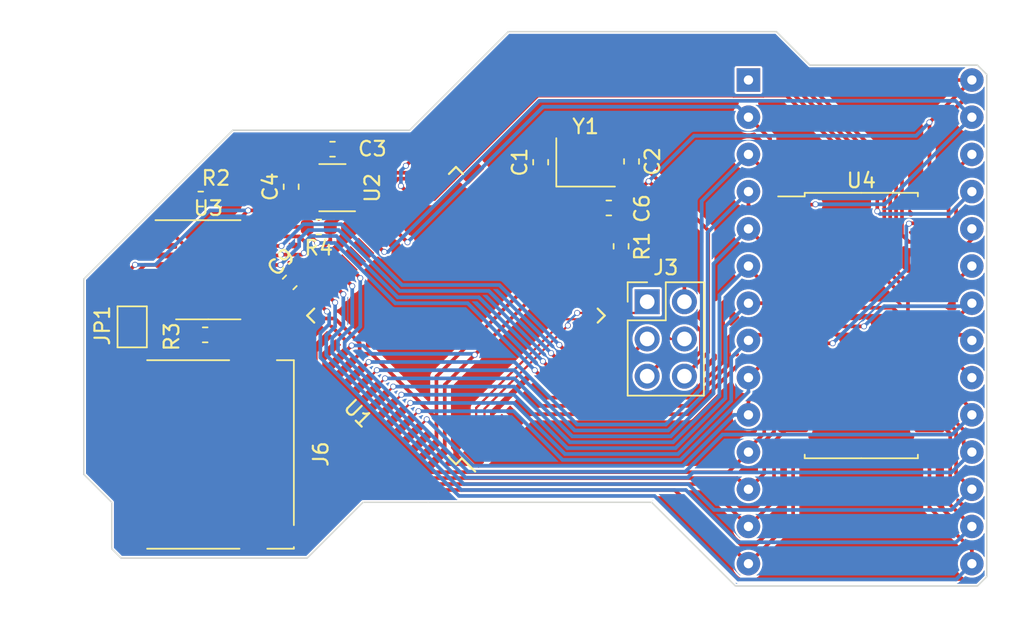
<source format=kicad_pcb>
(kicad_pcb (version 20171130) (host pcbnew 5.1.6-1.fc32)
  (layers (0 F.Cu signal) (31 B.Cu signal) (34 B.Paste user hide) (35 F.Paste user hide) (36 B.SilkS user) (37 F.SilkS user) (38 B.Mask user hide) (39 F.Mask user) (44 Edge.Cuts user))
  (net 0 "")
  (net 1 GND)
  (net 2 "Net-(C1-Pad1)")
  (net 3 "Net-(C2-Pad1)")
  (net 4 VCC)
  (net 5 +3V3)
  (net 6 /MOSI)
  (net 7 /SCK)
  (net 8 /MISO)
  (net 9 "Net-(J6-Pad2)")
  (net 10 "Net-(J6-Pad3)")
  (net 11 "Net-(J6-Pad5)")
  (net 12 "Net-(J6-Pad7)")
  (net 13 /MEM_A13)
  (net 14 /MEM_A8)
  (net 15 /MEM_A9)
  (net 16 /MEM_A11)
  (net 17 /MEM_~OE)
  (net 18 /MEM_A10)
  (net 19 /MEM_D7)
  (net 20 /MEM_D6)
  (net 21 /MEM_D5)
  (net 22 /MEM_D4)
  (net 23 /MEM_D3)
  (net 24 /MEM_D2)
  (net 25 /MEM_D1)
  (net 26 /MEM_D0)
  (net 27 /MEM_A0)
  (net 28 /MEM_A1)
  (net 29 /MEM_A2)
  (net 30 /MEM_A3)
  (net 31 /MEM_A4)
  (net 32 /MEM_A5)
  (net 33 /MEM_A6)
  (net 34 /MEM_A7)
  (net 35 /MEM_A12)
  (net 36 /MEM_A14)
  (net 37 /MEM_~CE)
  (net 38 /PDO)
  (net 39 /PDI)
  (net 40 /MEM_~WE)
  (net 41 /SD_~CS)
  (net 42 /~RESET)
  (net 43 "Net-(J6-Pad1)")
  (net 44 "Net-(J6-Pad8)")
  (net 45 "Net-(U1-Pad62)")
  (net 46 /UART_Tx)
  (net 47 /UART_Rx)
  (net 48 "Net-(U1-Pad26)")
  (net 49 "Net-(U1-Pad25)")
  (net 50 "Net-(U1-Pad19)")
  (net 51 "Net-(U1-Pad18)")
  (net 52 "Net-(U1-Pad17)")
  (net 53 "Net-(U1-Pad16)")
  (net 54 "Net-(U1-Pad15)")
  (net 55 "Net-(U1-Pad14)")
  (net 56 "Net-(U1-Pad6)")
  (net 57 "Net-(U1-Pad4)")
  (net 58 "Net-(U1-Pad1)")
  (net 59 "Net-(U3-Pad15)")
  (net 60 "Net-(U3-Pad14)")
  (net 61 "Net-(U3-Pad13)")
  (net 62 "Net-(U3-Pad12)")
  (net 63 "Net-(U3-Pad9)")
  (net 64 "Net-(U3-Pad8)")
  (net 65 "Net-(U3-Pad7)")
  (net 66 "Net-(U3-Pad6)")
  (net 67 "Net-(U8-Pad1)")
  (net 68 "Net-(U1-Pad43)")
  (net 69 "Net-(U1-Pad42)")
  (net 70 "Net-(U1-Pad34)")
  (net 71 "Net-(U1-Pad33)")
  (net 72 "Net-(U1-Pad32)")
  (net 73 "Net-(U1-Pad31)")
  (net 74 "Net-(U1-Pad30)")
  (net 75 "Net-(U1-Pad29)")
  (net 76 "Net-(U1-Pad5)")
  (net 77 "Net-(JP1-Pad1)")
  (module Jumper:SolderJumper-2_P1.3mm_Open_TrianglePad1.0x1.5mm (layer F.Cu) (at 180.467 97.88 270)
    (fp_text reference JP1 (at -0.09 2.032 90) (layer F.SilkS))
    (fp_text value Jumper)
    (pad 1 smd custom (at -0.725 0 270) (size 0.3 0.3) (layers F.Cu F.Mask) (net 77 "Net-(JP1-Pad1)") (options (clearance outline) (anchor rect)) (primitives (gr_poly (pts (xy -0.5 -0.75) (xy 0.5 -0.75) (xy 1 0) (xy 0.5 0.75) (xy -0.5 0.75)) (width 0))))
    (pad 2 smd custom (at 0.725 0 270) (size 0.3 0.3) (layers F.Cu F.Mask) (net 5 +3V3) (options (clearance outline) (anchor rect)) (primitives (gr_poly (pts (xy -0.65 -0.75) (xy 0.5 -0.75) (xy 0.5 0.75) (xy -0.65 0.75) (xy -0.15 0)) (width 0))))
  )
  (module Capacitor_SMD:C_0603_1608Metric (layer F.Cu) (at 208.3308 86.6395 90)
    (fp_text reference C1 (at 0 -1.43 90) (layer F.SilkS))
    (fp_text value 22pF)
    (pad 2 smd roundrect (at 0.7875 0 90) (size 0.875 0.95) (layers F.Cu F.Paste F.Mask) (net 1 GND))
    (pad 1 smd roundrect (at -0.7875 0 90) (size 0.875 0.95) (layers F.Cu F.Paste F.Mask) (net 2 "Net-(C1-Pad1)"))
  )
  (module Resistor_SMD:R_0603_1608Metric (layer F.Cu) (at 193.1925 91.059 180)
    (fp_text reference R4 (at 0 -1.43) (layer F.SilkS))
    (fp_text value 10k)
    (pad 2 smd roundrect (at 0.7875 0 180) (size 0.875 0.95) (layers F.Cu F.Paste F.Mask) (net 41 /SD_~CS))
    (pad 1 smd roundrect (at -0.7875 0 180) (size 0.875 0.95) (layers F.Cu F.Paste F.Mask) (net 4 VCC))
  )
  (module Resistor_SMD:R_0603_1608Metric (layer F.Cu) (at 185.4455 98.425)
    (fp_text reference R3 (at -2.286 0.127 270) (layer F.SilkS))
    (fp_text value 10k)
    (pad 2 smd roundrect (at 0.7875 0) (size 0.875 0.95) (layers F.Cu F.Paste F.Mask) (net 1 GND))
    (pad 1 smd roundrect (at -0.7875 0) (size 0.875 0.95) (layers F.Cu F.Paste F.Mask) (net 77 "Net-(JP1-Pad1)"))
  )
  (module Resistor_SMD:R_0603_1608Metric (layer F.Cu) (at 185.1405 89.154)
    (fp_text reference R2 (at 1.0415 -1.43) (layer F.SilkS))
    (fp_text value 10k)
    (pad 2 smd roundrect (at 0.7875 0) (size 0.875 0.95) (layers F.Cu F.Paste F.Mask) (net 5 +3V3))
    (pad 1 smd roundrect (at -0.7875 0) (size 0.875 0.95) (layers F.Cu F.Paste F.Mask) (net 9 "Net-(J6-Pad2)"))
  )
  (module Capacitor_SMD:C_0603_1608Metric (layer F.Cu) (at 191.213153 94.8435 45)
    (fp_text reference C9 (at 0.555324 -1.38427 45) (layer F.SilkS))
    (fp_text value 0.1uF)
    (pad 2 smd roundrect (at 0.7875 0 45) (size 0.875 0.95) (layers F.Cu F.Paste F.Mask) (net 4 VCC))
    (pad 1 smd roundrect (at -0.7875 0 45) (size 0.875 0.95) (layers F.Cu F.Paste F.Mask) (net 1 GND))
  )
  (module Crystal:Crystal_SMD_3225-4Pin_3.2x2.5mm (layer F.Cu) (at 211.3964 86.6512)
    (fp_text reference Y1 (at 0 -2.45) (layer F.SilkS))
    (fp_text value 16MHz)
    (pad 4 smd rect (at -1.1 -0.85) (size 1.4 1.2) (layers F.Cu F.Paste F.Mask) (net 1 GND))
    (pad 3 smd rect (at 1.1 -0.85) (size 1.4 1.2) (layers F.Cu F.Paste F.Mask) (net 3 "Net-(C2-Pad1)"))
    (pad 2 smd rect (at 1.1 0.85) (size 1.4 1.2) (layers F.Cu F.Paste F.Mask) (net 1 GND))
    (pad 1 smd rect (at -1.1 0.85) (size 1.4 1.2) (layers F.Cu F.Paste F.Mask) (net 2 "Net-(C1-Pad1)"))
  )
  (module Package_SO:TSSOP-20_4.4x6.5mm_P0.65mm (layer F.Cu) (at 185.6563 93.9806)
    (fp_text reference U3 (at 0 -4.2) (layer F.SilkS))
    (fp_text value TXS0108EPW)
    (pad 20 smd roundrect (at 2.8625 -2.925) (size 1.475 0.4) (layers F.Cu F.Paste F.Mask) (net 41 /SD_~CS))
    (pad 19 smd roundrect (at 2.8625 -2.275) (size 1.475 0.4) (layers F.Cu F.Paste F.Mask) (net 4 VCC))
    (pad 18 smd roundrect (at 2.8625 -1.625) (size 1.475 0.4) (layers F.Cu F.Paste F.Mask) (net 8 /MISO))
    (pad 17 smd roundrect (at 2.8625 -0.975) (size 1.475 0.4) (layers F.Cu F.Paste F.Mask) (net 7 /SCK))
    (pad 16 smd roundrect (at 2.8625 -0.325) (size 1.475 0.4) (layers F.Cu F.Paste F.Mask) (net 6 /MOSI))
    (pad 15 smd roundrect (at 2.8625 0.325) (size 1.475 0.4) (layers F.Cu F.Paste F.Mask) (net 59 "Net-(U3-Pad15)"))
    (pad 14 smd roundrect (at 2.8625 0.975) (size 1.475 0.4) (layers F.Cu F.Paste F.Mask) (net 60 "Net-(U3-Pad14)"))
    (pad 13 smd roundrect (at 2.8625 1.625) (size 1.475 0.4) (layers F.Cu F.Paste F.Mask) (net 61 "Net-(U3-Pad13)"))
    (pad 12 smd roundrect (at 2.8625 2.275) (size 1.475 0.4) (layers F.Cu F.Paste F.Mask) (net 62 "Net-(U3-Pad12)"))
    (pad 11 smd roundrect (at 2.8625 2.925) (size 1.475 0.4) (layers F.Cu F.Paste F.Mask) (net 1 GND))
    (pad 10 smd roundrect (at -2.8625 2.925) (size 1.475 0.4) (layers F.Cu F.Paste F.Mask) (net 77 "Net-(JP1-Pad1)"))
    (pad 9 smd roundrect (at -2.8625 2.275) (size 1.475 0.4) (layers F.Cu F.Paste F.Mask) (net 63 "Net-(U3-Pad9)"))
    (pad 8 smd roundrect (at -2.8625 1.625) (size 1.475 0.4) (layers F.Cu F.Paste F.Mask) (net 64 "Net-(U3-Pad8)"))
    (pad 7 smd roundrect (at -2.8625 0.975) (size 1.475 0.4) (layers F.Cu F.Paste F.Mask) (net 65 "Net-(U3-Pad7)"))
    (pad 6 smd roundrect (at -2.8625 0.325) (size 1.475 0.4) (layers F.Cu F.Paste F.Mask) (net 66 "Net-(U3-Pad6)"))
    (pad 5 smd roundrect (at -2.8625 -0.325) (size 1.475 0.4) (layers F.Cu F.Paste F.Mask) (net 12 "Net-(J6-Pad7)"))
    (pad 4 smd roundrect (at -2.8625 -0.975) (size 1.475 0.4) (layers F.Cu F.Paste F.Mask) (net 11 "Net-(J6-Pad5)"))
    (pad 3 smd roundrect (at -2.8625 -1.625) (size 1.475 0.4) (layers F.Cu F.Paste F.Mask) (net 10 "Net-(J6-Pad3)"))
    (pad 2 smd roundrect (at -2.8625 -2.275) (size 1.475 0.4) (layers F.Cu F.Paste F.Mask) (net 5 +3V3))
    (pad 1 smd roundrect (at -2.8625 -2.925) (size 1.475 0.4) (layers F.Cu F.Paste F.Mask) (net 9 "Net-(J6-Pad2)"))
  )
  (module Package_TO_SOT_SMD:SOT-23-5 (layer F.Cu) (at 194.1244 88.3768 180)
    (fp_text reference U2 (at -2.7256 -0.0152 90) (layer F.SilkS))
    (fp_text value AP2112K-3.3)
    (pad 5 smd rect (at 1.1 -0.95 180) (size 1.06 0.65) (layers F.Cu F.Paste F.Mask) (net 5 +3V3))
    (pad 4 smd rect (at 1.1 0.95 180) (size 1.06 0.65) (layers F.Cu F.Paste F.Mask) (net 1 GND))
    (pad 3 smd rect (at -1.1 0.95 180) (size 1.06 0.65) (layers F.Cu F.Paste F.Mask) (net 4 VCC))
    (pad 2 smd rect (at -1.1 0 180) (size 1.06 0.65) (layers F.Cu F.Paste F.Mask) (net 1 GND))
    (pad 1 smd rect (at -1.1 -0.95 180) (size 1.06 0.65) (layers F.Cu F.Paste F.Mask) (net 4 VCC))
  )
  (module Resistor_SMD:R_0603_1608Metric (layer F.Cu) (at 213.8172 92.3797 270)
    (fp_text reference R1 (at 0 -1.43 90) (layer F.SilkS))
    (fp_text value 10k)
    (pad 2 smd roundrect (at 0.7875 0 270) (size 0.875 0.95) (layers F.Cu F.Paste F.Mask) (net 42 /~RESET))
    (pad 1 smd roundrect (at -0.7875 0 270) (size 0.875 0.95) (layers F.Cu F.Paste F.Mask) (net 4 VCC))
  )
  (module Connector_Card:microSD_HC_Hirose_DM3D-SF (layer F.Cu) (at 185.7106 106.5896 270)
    (fp_text reference J6 (at -0.025 -7.625 90) (layer F.SilkS))
    (fp_text value Micro_SD_Card)
    (pad 10 smd rect (at 5.575 -5.45 270) (size 1 1.55) (layers F.Cu F.Paste F.Mask))
    (pad 11 smd rect (at 5.625 5.225 270) (size 1.5 1.5) (layers F.Cu F.Paste F.Mask))
    (pad 1 smd rect (at 3.175 5.35 270) (size 0.7 1.75) (layers F.Cu F.Paste F.Mask) (net 43 "Net-(J6-Pad1)"))
    (pad 2 smd rect (at 2.075 5.35 270) (size 0.7 1.75) (layers F.Cu F.Paste F.Mask) (net 9 "Net-(J6-Pad2)"))
    (pad 3 smd rect (at 0.975 5.35 270) (size 0.7 1.75) (layers F.Cu F.Paste F.Mask) (net 10 "Net-(J6-Pad3)"))
    (pad 4 smd rect (at -0.125 5.35 270) (size 0.7 1.75) (layers F.Cu F.Paste F.Mask) (net 5 +3V3))
    (pad 5 smd rect (at -1.225 5.35 270) (size 0.7 1.75) (layers F.Cu F.Paste F.Mask) (net 11 "Net-(J6-Pad5)"))
    (pad 6 smd rect (at -2.325 5.35 270) (size 0.7 1.75) (layers F.Cu F.Paste F.Mask) (net 1 GND))
    (pad 7 smd rect (at -3.425 5.35 270) (size 0.7 1.75) (layers F.Cu F.Paste F.Mask) (net 12 "Net-(J6-Pad7)"))
    (pad 11 smd rect (at 5.975 -3.025 270) (size 0.8 1.4) (layers F.Cu F.Paste F.Mask))
    (pad 9 smd rect (at -5.65 -3.875 270) (size 1.45 1) (layers F.Cu F.Paste F.Mask) (net 1 GND))
    (pad 11 smd rect (at -5.975 -2.375 270) (size 0.8 1.5) (layers F.Cu F.Paste F.Mask))
    (pad 11 smd rect (at -5.725 5.225 270) (size 1.3 1.5) (layers F.Cu F.Paste F.Mask))
    (pad 8 smd rect (at -4.525 5.35 270) (size 0.7 1.75) (layers F.Cu F.Paste F.Mask) (net 44 "Net-(J6-Pad8)"))
  )
  (module Connector_PinHeader_2.54mm:PinHeader_2x03_P2.54mm_Vertical (layer F.Cu) (at 215.5952 96.1644)
    (fp_text reference J3 (at 1.27 -2.33) (layer F.SilkS))
    (fp_text value AVR-ISP-6)
    (pad 6 thru_hole oval (at 2.54 5.08) (size 1.7 1.7) (drill 1) (layers *.Cu *.Mask) (net 1 GND))
    (pad 5 thru_hole oval (at 0 5.08) (size 1.7 1.7) (drill 1) (layers *.Cu *.Mask) (net 42 /~RESET))
    (pad 4 thru_hole oval (at 2.54 2.54) (size 1.7 1.7) (drill 1) (layers *.Cu *.Mask) (net 39 /PDI))
    (pad 3 thru_hole oval (at 0 2.54) (size 1.7 1.7) (drill 1) (layers *.Cu *.Mask) (net 7 /SCK))
    (pad 2 thru_hole oval (at 2.54 0) (size 1.7 1.7) (drill 1) (layers *.Cu *.Mask) (net 4 VCC))
    (pad 1 thru_hole rect (at 0 0) (size 1.7 1.7) (drill 1) (layers *.Cu *.Mask) (net 38 /PDO))
  )
  (module Capacitor_SMD:C_0603_1608Metric (layer F.Cu) (at 212.9791 89.7636)
    (fp_text reference C6 (at 2.263025 0.035921 270) (layer F.SilkS))
    (fp_text value 0.1uF)
    (pad 2 smd roundrect (at 0.7875 0) (size 0.875 0.95) (layers F.Cu F.Paste F.Mask) (net 4 VCC))
    (pad 1 smd roundrect (at -0.7875 0) (size 0.875 0.95) (layers F.Cu F.Paste F.Mask) (net 1 GND))
  )
  (module Capacitor_SMD:C_0603_1608Metric (layer F.Cu) (at 191.3128 88.3159 90)
    (fp_text reference C4 (at 0 -1.43 90) (layer F.SilkS))
    (fp_text value 0.1uF)
    (pad 2 smd roundrect (at 0.7875 0 90) (size 0.875 0.95) (layers F.Cu F.Paste F.Mask) (net 1 GND))
    (pad 1 smd roundrect (at -0.7875 0 90) (size 0.875 0.95) (layers F.Cu F.Paste F.Mask) (net 5 +3V3))
  )
  (module Capacitor_SMD:C_0603_1608Metric (layer F.Cu) (at 194.1323 85.7504 180)
    (fp_text reference C3 (at -2.7177 0.0254) (layer F.SilkS))
    (fp_text value 10uF)
    (pad 2 smd roundrect (at 0.7875 0 180) (size 0.875 0.95) (layers F.Cu F.Paste F.Mask) (net 1 GND))
    (pad 1 smd roundrect (at -0.7875 0 180) (size 0.875 0.95) (layers F.Cu F.Paste F.Mask) (net 4 VCC))
  )
  (module Capacitor_SMD:C_0603_1608Metric (layer F.Cu) (at 214.5284 86.5885 270)
    (fp_text reference C2 (at 0 -1.43 90) (layer F.SilkS))
    (fp_text value 22pF)
    (pad 2 smd roundrect (at 0.7875 0 270) (size 0.875 0.95) (layers F.Cu F.Paste F.Mask) (net 1 GND))
    (pad 1 smd roundrect (at -0.7875 0 270) (size 0.875 0.95) (layers F.Cu F.Paste F.Mask) (net 3 "Net-(C2-Pad1)"))
  )
  (module Package_DIP:DIP-28_W15.24mm (layer F.Cu) (at 222.504 81.026)
    (fp_text reference U8)
    (fp_text value DEVICE)
    (pad 28 thru_hole oval (at 15.24 0) (size 1.6 1.6) (drill 0.635) (layers *.Cu *.Mask) (net 4 VCC))
    (pad 14 thru_hole oval (at 0 33.02) (size 1.6 1.6) (drill 0.635) (layers *.Cu *.Mask) (net 1 GND))
    (pad 27 thru_hole oval (at 15.24 2.54) (size 1.6 1.6) (drill 0.635) (layers *.Cu *.Mask) (net 36 /MEM_A14))
    (pad 13 thru_hole oval (at 0 30.48) (size 1.6 1.6) (drill 0.635) (layers *.Cu *.Mask) (net 24 /MEM_D2))
    (pad 26 thru_hole oval (at 15.24 5.08) (size 1.6 1.6) (drill 0.635) (layers *.Cu *.Mask) (net 13 /MEM_A13))
    (pad 12 thru_hole oval (at 0 27.94) (size 1.6 1.6) (drill 0.635) (layers *.Cu *.Mask) (net 25 /MEM_D1))
    (pad 25 thru_hole oval (at 15.24 7.62) (size 1.6 1.6) (drill 0.635) (layers *.Cu *.Mask) (net 14 /MEM_A8))
    (pad 11 thru_hole oval (at 0 25.4) (size 1.6 1.6) (drill 0.635) (layers *.Cu *.Mask) (net 26 /MEM_D0))
    (pad 24 thru_hole oval (at 15.24 10.16) (size 1.6 1.6) (drill 0.635) (layers *.Cu *.Mask) (net 15 /MEM_A9))
    (pad 10 thru_hole oval (at 0 22.86) (size 1.6 1.6) (drill 0.635) (layers *.Cu *.Mask) (net 27 /MEM_A0))
    (pad 23 thru_hole oval (at 15.24 12.7) (size 1.6 1.6) (drill 0.635) (layers *.Cu *.Mask) (net 16 /MEM_A11))
    (pad 9 thru_hole oval (at 0 20.32) (size 1.6 1.6) (drill 0.635) (layers *.Cu *.Mask) (net 28 /MEM_A1))
    (pad 22 thru_hole oval (at 15.24 15.24) (size 1.6 1.6) (drill 0.635) (layers *.Cu *.Mask) (net 17 /MEM_~OE))
    (pad 8 thru_hole oval (at 0 17.78) (size 1.6 1.6) (drill 0.635) (layers *.Cu *.Mask) (net 29 /MEM_A2))
    (pad 21 thru_hole oval (at 15.24 17.78) (size 1.6 1.6) (drill 0.635) (layers *.Cu *.Mask) (net 18 /MEM_A10))
    (pad 7 thru_hole oval (at 0 15.24) (size 1.6 1.6) (drill 0.635) (layers *.Cu *.Mask) (net 30 /MEM_A3))
    (pad 20 thru_hole oval (at 15.24 20.32) (size 1.6 1.6) (drill 0.635) (layers *.Cu *.Mask) (net 37 /MEM_~CE))
    (pad 6 thru_hole oval (at 0 12.7) (size 1.6 1.6) (drill 0.635) (layers *.Cu *.Mask) (net 31 /MEM_A4))
    (pad 19 thru_hole oval (at 15.24 22.86) (size 1.6 1.6) (drill 0.635) (layers *.Cu *.Mask) (net 19 /MEM_D7))
    (pad 5 thru_hole oval (at 0 10.16) (size 1.6 1.6) (drill 0.635) (layers *.Cu *.Mask) (net 32 /MEM_A5))
    (pad 18 thru_hole oval (at 15.24 25.4) (size 1.6 1.6) (drill 0.635) (layers *.Cu *.Mask) (net 20 /MEM_D6))
    (pad 4 thru_hole oval (at 0 7.62) (size 1.6 1.6) (drill 0.635) (layers *.Cu *.Mask) (net 33 /MEM_A6))
    (pad 17 thru_hole oval (at 15.24 27.94) (size 1.6 1.6) (drill 0.635) (layers *.Cu *.Mask) (net 21 /MEM_D5))
    (pad 3 thru_hole oval (at 0 5.08) (size 1.6 1.6) (drill 0.635) (layers *.Cu *.Mask) (net 34 /MEM_A7))
    (pad 16 thru_hole oval (at 15.24 30.48) (size 1.6 1.6) (drill 0.635) (layers *.Cu *.Mask) (net 22 /MEM_D4))
    (pad 2 thru_hole oval (at 0 2.54) (size 1.6 1.6) (drill 0.635) (layers *.Cu *.Mask) (net 35 /MEM_A12))
    (pad 15 thru_hole oval (at 15.24 33.02) (size 1.6 1.6) (drill 0.635) (layers *.Cu *.Mask) (net 23 /MEM_D3))
    (pad 1 thru_hole rect (at 0 0) (size 1.6 1.6) (drill 0.635) (layers *.Cu *.Mask) (net 67 "Net-(U8-Pad1)"))
  )
  (module Package_SO:SOIC-28W_7.5x17.9mm_P1.27mm (layer F.Cu) (at 230.202 97.79)
    (fp_text reference U4 (at 0 -9.9) (layer F.SilkS))
    (fp_text value 28C256)
    (pad 28 smd roundrect (at 4.65 -8.255) (size 2.05 0.6) (layers F.Cu F.Paste F.Mask) (net 4 VCC))
    (pad 27 smd roundrect (at 4.65 -6.985) (size 2.05 0.6) (layers F.Cu F.Paste F.Mask) (net 40 /MEM_~WE))
    (pad 26 smd roundrect (at 4.65 -5.715) (size 2.05 0.6) (layers F.Cu F.Paste F.Mask) (net 13 /MEM_A13))
    (pad 25 smd roundrect (at 4.65 -4.445) (size 2.05 0.6) (layers F.Cu F.Paste F.Mask) (net 14 /MEM_A8))
    (pad 24 smd roundrect (at 4.65 -3.175) (size 2.05 0.6) (layers F.Cu F.Paste F.Mask) (net 15 /MEM_A9))
    (pad 23 smd roundrect (at 4.65 -1.905) (size 2.05 0.6) (layers F.Cu F.Paste F.Mask) (net 16 /MEM_A11))
    (pad 22 smd roundrect (at 4.65 -0.635) (size 2.05 0.6) (layers F.Cu F.Paste F.Mask) (net 17 /MEM_~OE))
    (pad 21 smd roundrect (at 4.65 0.635) (size 2.05 0.6) (layers F.Cu F.Paste F.Mask) (net 18 /MEM_A10))
    (pad 20 smd roundrect (at 4.65 1.905) (size 2.05 0.6) (layers F.Cu F.Paste F.Mask) (net 37 /MEM_~CE))
    (pad 19 smd roundrect (at 4.65 3.175) (size 2.05 0.6) (layers F.Cu F.Paste F.Mask) (net 19 /MEM_D7))
    (pad 18 smd roundrect (at 4.65 4.445) (size 2.05 0.6) (layers F.Cu F.Paste F.Mask) (net 20 /MEM_D6))
    (pad 17 smd roundrect (at 4.65 5.715) (size 2.05 0.6) (layers F.Cu F.Paste F.Mask) (net 21 /MEM_D5))
    (pad 16 smd roundrect (at 4.65 6.985) (size 2.05 0.6) (layers F.Cu F.Paste F.Mask) (net 22 /MEM_D4))
    (pad 15 smd roundrect (at 4.65 8.255) (size 2.05 0.6) (layers F.Cu F.Paste F.Mask) (net 23 /MEM_D3))
    (pad 14 smd roundrect (at -4.65 8.255) (size 2.05 0.6) (layers F.Cu F.Paste F.Mask) (net 1 GND))
    (pad 13 smd roundrect (at -4.65 6.985) (size 2.05 0.6) (layers F.Cu F.Paste F.Mask) (net 24 /MEM_D2))
    (pad 12 smd roundrect (at -4.65 5.715) (size 2.05 0.6) (layers F.Cu F.Paste F.Mask) (net 25 /MEM_D1))
    (pad 11 smd roundrect (at -4.65 4.445) (size 2.05 0.6) (layers F.Cu F.Paste F.Mask) (net 26 /MEM_D0))
    (pad 10 smd roundrect (at -4.65 3.175) (size 2.05 0.6) (layers F.Cu F.Paste F.Mask) (net 27 /MEM_A0))
    (pad 9 smd roundrect (at -4.65 1.905) (size 2.05 0.6) (layers F.Cu F.Paste F.Mask) (net 28 /MEM_A1))
    (pad 8 smd roundrect (at -4.65 0.635) (size 2.05 0.6) (layers F.Cu F.Paste F.Mask) (net 29 /MEM_A2))
    (pad 7 smd roundrect (at -4.65 -0.635) (size 2.05 0.6) (layers F.Cu F.Paste F.Mask) (net 30 /MEM_A3))
    (pad 6 smd roundrect (at -4.65 -1.905) (size 2.05 0.6) (layers F.Cu F.Paste F.Mask) (net 31 /MEM_A4))
    (pad 5 smd roundrect (at -4.65 -3.175) (size 2.05 0.6) (layers F.Cu F.Paste F.Mask) (net 32 /MEM_A5))
    (pad 4 smd roundrect (at -4.65 -4.445) (size 2.05 0.6) (layers F.Cu F.Paste F.Mask) (net 33 /MEM_A6))
    (pad 3 smd roundrect (at -4.65 -5.715) (size 2.05 0.6) (layers F.Cu F.Paste F.Mask) (net 34 /MEM_A7))
    (pad 2 smd roundrect (at -4.65 -6.985) (size 2.05 0.6) (layers F.Cu F.Paste F.Mask) (net 35 /MEM_A12))
    (pad 1 smd roundrect (at -4.65 -8.255) (size 2.05 0.6) (layers F.Cu F.Paste F.Mask) (net 36 /MEM_A14))
  )
  (module Package_QFP:TQFP-64_14x14mm_P0.8mm (layer F.Cu) (at 202.552435 97.10988 135)
    (fp_text reference U1 (at 0 -9.45 135) (layer F.SilkS))
    (fp_text value ATmega64A-AU)
    (pad 64 smd rect (at -6 -7.7 225) (size 1.5 0.55) (layers F.Cu F.Paste F.Mask) (net 4 VCC))
    (pad 63 smd rect (at -5.2 -7.7 225) (size 1.5 0.55) (layers F.Cu F.Paste F.Mask) (net 1 GND))
    (pad 62 smd rect (at -4.4 -7.7 225) (size 1.5 0.55) (layers F.Cu F.Paste F.Mask) (net 45 "Net-(U1-Pad62)"))
    (pad 61 smd rect (at -3.6 -7.7 225) (size 1.5 0.55) (layers F.Cu F.Paste F.Mask) (net 27 /MEM_A0))
    (pad 60 smd rect (at -2.8 -7.7 225) (size 1.5 0.55) (layers F.Cu F.Paste F.Mask) (net 28 /MEM_A1))
    (pad 59 smd rect (at -2 -7.7 225) (size 1.5 0.55) (layers F.Cu F.Paste F.Mask) (net 29 /MEM_A2))
    (pad 58 smd rect (at -1.2 -7.7 225) (size 1.5 0.55) (layers F.Cu F.Paste F.Mask) (net 30 /MEM_A3))
    (pad 57 smd rect (at -0.4 -7.7 225) (size 1.5 0.55) (layers F.Cu F.Paste F.Mask) (net 31 /MEM_A4))
    (pad 56 smd rect (at 0.4 -7.7 225) (size 1.5 0.55) (layers F.Cu F.Paste F.Mask) (net 32 /MEM_A5))
    (pad 55 smd rect (at 1.2 -7.7 225) (size 1.5 0.55) (layers F.Cu F.Paste F.Mask) (net 33 /MEM_A6))
    (pad 54 smd rect (at 2 -7.7 225) (size 1.5 0.55) (layers F.Cu F.Paste F.Mask) (net 34 /MEM_A7))
    (pad 53 smd rect (at 2.8 -7.7 225) (size 1.5 0.55) (layers F.Cu F.Paste F.Mask) (net 1 GND))
    (pad 52 smd rect (at 3.6 -7.7 225) (size 1.5 0.55) (layers F.Cu F.Paste F.Mask) (net 4 VCC))
    (pad 51 smd rect (at 4.4 -7.7 225) (size 1.5 0.55) (layers F.Cu F.Paste F.Mask) (net 26 /MEM_D0))
    (pad 50 smd rect (at 5.2 -7.7 225) (size 1.5 0.55) (layers F.Cu F.Paste F.Mask) (net 25 /MEM_D1))
    (pad 49 smd rect (at 6 -7.7 225) (size 1.5 0.55) (layers F.Cu F.Paste F.Mask) (net 24 /MEM_D2))
    (pad 48 smd rect (at 7.7 -6 135) (size 1.5 0.55) (layers F.Cu F.Paste F.Mask) (net 23 /MEM_D3))
    (pad 47 smd rect (at 7.7 -5.2 135) (size 1.5 0.55) (layers F.Cu F.Paste F.Mask) (net 22 /MEM_D4))
    (pad 46 smd rect (at 7.7 -4.4 135) (size 1.5 0.55) (layers F.Cu F.Paste F.Mask) (net 21 /MEM_D5))
    (pad 45 smd rect (at 7.7 -3.6 135) (size 1.5 0.55) (layers F.Cu F.Paste F.Mask) (net 20 /MEM_D6))
    (pad 44 smd rect (at 7.7 -2.8 135) (size 1.5 0.55) (layers F.Cu F.Paste F.Mask) (net 19 /MEM_D7))
    (pad 43 smd rect (at 7.7 -2 135) (size 1.5 0.55) (layers F.Cu F.Paste F.Mask) (net 68 "Net-(U1-Pad43)"))
    (pad 42 smd rect (at 7.7 -1.2 135) (size 1.5 0.55) (layers F.Cu F.Paste F.Mask) (net 69 "Net-(U1-Pad42)"))
    (pad 41 smd rect (at 7.7 -0.4 135) (size 1.5 0.55) (layers F.Cu F.Paste F.Mask) (net 36 /MEM_A14))
    (pad 40 smd rect (at 7.7 0.4 135) (size 1.5 0.55) (layers F.Cu F.Paste F.Mask) (net 13 /MEM_A13))
    (pad 39 smd rect (at 7.7 1.2 135) (size 1.5 0.55) (layers F.Cu F.Paste F.Mask) (net 35 /MEM_A12))
    (pad 38 smd rect (at 7.7 2 135) (size 1.5 0.55) (layers F.Cu F.Paste F.Mask) (net 16 /MEM_A11))
    (pad 37 smd rect (at 7.7 2.8 135) (size 1.5 0.55) (layers F.Cu F.Paste F.Mask) (net 18 /MEM_A10))
    (pad 36 smd rect (at 7.7 3.6 135) (size 1.5 0.55) (layers F.Cu F.Paste F.Mask) (net 15 /MEM_A9))
    (pad 35 smd rect (at 7.7 4.4 135) (size 1.5 0.55) (layers F.Cu F.Paste F.Mask) (net 14 /MEM_A8))
    (pad 34 smd rect (at 7.7 5.2 135) (size 1.5 0.55) (layers F.Cu F.Paste F.Mask) (net 70 "Net-(U1-Pad34)"))
    (pad 33 smd rect (at 7.7 6 135) (size 1.5 0.55) (layers F.Cu F.Paste F.Mask) (net 71 "Net-(U1-Pad33)"))
    (pad 32 smd rect (at 6 7.7 225) (size 1.5 0.55) (layers F.Cu F.Paste F.Mask) (net 72 "Net-(U1-Pad32)"))
    (pad 31 smd rect (at 5.2 7.7 225) (size 1.5 0.55) (layers F.Cu F.Paste F.Mask) (net 73 "Net-(U1-Pad31)"))
    (pad 30 smd rect (at 4.4 7.7 225) (size 1.5 0.55) (layers F.Cu F.Paste F.Mask) (net 74 "Net-(U1-Pad30)"))
    (pad 29 smd rect (at 3.6 7.7 225) (size 1.5 0.55) (layers F.Cu F.Paste F.Mask) (net 75 "Net-(U1-Pad29)"))
    (pad 28 smd rect (at 2.8 7.7 225) (size 1.5 0.55) (layers F.Cu F.Paste F.Mask) (net 46 /UART_Tx))
    (pad 27 smd rect (at 2 7.7 225) (size 1.5 0.55) (layers F.Cu F.Paste F.Mask) (net 47 /UART_Rx))
    (pad 26 smd rect (at 1.2 7.7 225) (size 1.5 0.55) (layers F.Cu F.Paste F.Mask) (net 48 "Net-(U1-Pad26)"))
    (pad 25 smd rect (at 0.4 7.7 225) (size 1.5 0.55) (layers F.Cu F.Paste F.Mask) (net 49 "Net-(U1-Pad25)"))
    (pad 24 smd rect (at -0.4 7.7 225) (size 1.5 0.55) (layers F.Cu F.Paste F.Mask) (net 2 "Net-(C1-Pad1)"))
    (pad 23 smd rect (at -1.2 7.7 225) (size 1.5 0.55) (layers F.Cu F.Paste F.Mask) (net 3 "Net-(C2-Pad1)"))
    (pad 22 smd rect (at -2 7.7 225) (size 1.5 0.55) (layers F.Cu F.Paste F.Mask) (net 1 GND))
    (pad 21 smd rect (at -2.8 7.7 225) (size 1.5 0.55) (layers F.Cu F.Paste F.Mask) (net 4 VCC))
    (pad 20 smd rect (at -3.6 7.7 225) (size 1.5 0.55) (layers F.Cu F.Paste F.Mask) (net 42 /~RESET))
    (pad 19 smd rect (at -4.4 7.7 225) (size 1.5 0.55) (layers F.Cu F.Paste F.Mask) (net 50 "Net-(U1-Pad19)"))
    (pad 18 smd rect (at -5.2 7.7 225) (size 1.5 0.55) (layers F.Cu F.Paste F.Mask) (net 51 "Net-(U1-Pad18)"))
    (pad 17 smd rect (at -6 7.7 225) (size 1.5 0.55) (layers F.Cu F.Paste F.Mask) (net 52 "Net-(U1-Pad17)"))
    (pad 16 smd rect (at -7.7 6 135) (size 1.5 0.55) (layers F.Cu F.Paste F.Mask) (net 53 "Net-(U1-Pad16)"))
    (pad 15 smd rect (at -7.7 5.2 135) (size 1.5 0.55) (layers F.Cu F.Paste F.Mask) (net 54 "Net-(U1-Pad15)"))
    (pad 14 smd rect (at -7.7 4.4 135) (size 1.5 0.55) (layers F.Cu F.Paste F.Mask) (net 55 "Net-(U1-Pad14)"))
    (pad 13 smd rect (at -7.7 3.6 135) (size 1.5 0.55) (layers F.Cu F.Paste F.Mask) (net 8 /MISO))
    (pad 12 smd rect (at -7.7 2.8 135) (size 1.5 0.55) (layers F.Cu F.Paste F.Mask) (net 6 /MOSI))
    (pad 11 smd rect (at -7.7 2 135) (size 1.5 0.55) (layers F.Cu F.Paste F.Mask) (net 7 /SCK))
    (pad 10 smd rect (at -7.7 1.2 135) (size 1.5 0.55) (layers F.Cu F.Paste F.Mask) (net 41 /SD_~CS))
    (pad 9 smd rect (at -7.7 0.4 135) (size 1.5 0.55) (layers F.Cu F.Paste F.Mask) (net 37 /MEM_~CE))
    (pad 8 smd rect (at -7.7 -0.4 135) (size 1.5 0.55) (layers F.Cu F.Paste F.Mask) (net 17 /MEM_~OE))
    (pad 7 smd rect (at -7.7 -1.2 135) (size 1.5 0.55) (layers F.Cu F.Paste F.Mask) (net 40 /MEM_~WE))
    (pad 6 smd rect (at -7.7 -2 135) (size 1.5 0.55) (layers F.Cu F.Paste F.Mask) (net 56 "Net-(U1-Pad6)"))
    (pad 5 smd rect (at -7.7 -2.8 135) (size 1.5 0.55) (layers F.Cu F.Paste F.Mask) (net 76 "Net-(U1-Pad5)"))
    (pad 4 smd rect (at -7.7 -3.6 135) (size 1.5 0.55) (layers F.Cu F.Paste F.Mask) (net 57 "Net-(U1-Pad4)"))
    (pad 3 smd rect (at -7.7 -4.4 135) (size 1.5 0.55) (layers F.Cu F.Paste F.Mask) (net 38 /PDO))
    (pad 2 smd rect (at -7.7 -5.2 135) (size 1.5 0.55) (layers F.Cu F.Paste F.Mask) (net 39 /PDI))
    (pad 1 smd rect (at -7.7 -6 135) (size 1.5 0.55) (layers F.Cu F.Paste F.Mask) (net 58 "Net-(U1-Pad1)"))
  )
  (gr_line (start 179.07 113.03) (end 179.705 113.665) (layer Edge.Cuts) (width 0.1))
  (gr_line (start 179.07 109.855) (end 179.07 113.03) (layer Edge.Cuts) (width 0.1))
  (gr_line (start 177.165 107.95) (end 179.07 109.855) (layer Edge.Cuts) (width 0.1))
  (gr_line (start 238.125 115.57) (end 238.76 114.935) (layer Edge.Cuts) (width 0.1))
  (gr_line (start 238.76 80.645) (end 238.125 80.01) (layer Edge.Cuts) (width 0.1))
  (gr_line (start 226.695 80.01) (end 226.06 79.375) (layer Edge.Cuts) (width 0.1))
  (gr_line (start 238.125 80.01) (end 226.695 80.01) (layer Edge.Cuts) (width 0.1))
  (gr_line (start 196.215 109.855) (end 200.66 109.855) (layer Edge.Cuts) (width 0.1))
  (gr_line (start 192.405 113.665) (end 196.215 109.855) (layer Edge.Cuts) (width 0.1))
  (gr_line (start 221.615 115.57) (end 238.125 115.57) (layer Edge.Cuts) (width 0.1))
  (gr_line (start 192.405 113.665) (end 179.705 113.665) (layer Edge.Cuts) (width 0.1))
  (gr_line (start 215.9 109.855) (end 221.615 115.57) (layer Edge.Cuts) (width 0.1))
  (gr_line (start 200.66 109.855) (end 215.9 109.855) (layer Edge.Cuts) (width 0.1))
  (gr_line (start 177.165 94.615) (end 187.325 84.455) (layer Edge.Cuts) (width 0.1))
  (gr_line (start 206.121 77.724) (end 199.39 84.455) (layer Edge.Cuts) (width 0.1))
  (gr_line (start 206.121 77.724) (end 224.409 77.724) (layer Edge.Cuts) (width 0.1))
  (gr_line (start 226.06 79.375) (end 224.409 77.724) (layer Edge.Cuts) (width 0.1))
  (gr_line (start 177.165 94.615) (end 177.165 107.95) (layer Edge.Cuts) (width 0.1))
  (gr_line (start 199.39 84.455) (end 187.325 84.455) (layer Edge.Cuts) (width 0.1))
  (gr_line (start 238.76 114.935) (end 238.76 80.645) (layer Edge.Cuts) (width 0.1))
  (segment (start 225.552 110.998) (end 225.552 106.045) (width 0.25) (layer F.Cu) (net 1))
  (segment (start 222.504 114.046) (end 225.552 110.998) (width 0.25) (layer F.Cu) (net 1))
  (segment (start 201.221177 104.147023) (end 196.875953 99.801799) (width 0.25) (layer F.Cu) (net 1))
  (segment (start 201.221177 105.795048) (end 201.221177 104.147023) (width 0.25) (layer F.Cu) (net 1))
  (segment (start 200.784668 106.231557) (end 201.221177 105.795048) (width 0.25) (layer F.Cu) (net 1))
  (segment (start 209.411371 93.079371) (end 209.434629 93.079371) (width 0.25) (layer F.Cu) (net 1))
  (segment (start 195.982117 99.7204) (end 195.127814 100.574703) (width 0.25) (layer F.Cu) (net 1))
  (segment (start 196.794554 99.7204) (end 195.982117 99.7204) (width 0.25) (layer F.Cu) (net 1))
  (segment (start 196.875953 99.801799) (end 196.794554 99.7204) (width 0.25) (layer F.Cu) (net 1))
  (segment (start 209.411371 93.079371) (end 202.770342 99.7204) (width 0.25) (layer F.Cu) (net 1))
  (segment (start 205.180974 97.309768) (end 209.411371 93.079371) (width 0.25) (layer F.Cu) (net 1))
  (segment (start 201.221177 101.269565) (end 202.770342 99.7204) (width 0.25) (layer F.Cu) (net 1))
  (segment (start 201.221177 104.147023) (end 201.221177 101.269565) (width 0.25) (layer F.Cu) (net 1))
  (segment (start 193.086038 97.309768) (end 194.301714 97.309768) (width 0.25) (layer F.Cu) (net 1))
  (segment (start 217.4748 109.0168) (end 200.409656 109.0168) (width 0.25) (layer F.Cu) (net 1))
  (segment (start 200.409656 109.0168) (end 191.862878 100.470022) (width 0.25) (layer F.Cu) (net 1))
  (segment (start 191.862878 100.470022) (end 191.862878 98.532928) (width 0.25) (layer F.Cu) (net 1))
  (segment (start 191.862878 98.532928) (end 193.086038 97.309768) (width 0.25) (layer F.Cu) (net 1))
  (segment (start 195.982117 98.990171) (end 195.982117 99.7204) (width 0.25) (layer F.Cu) (net 1))
  (segment (start 194.301714 97.309768) (end 195.982117 98.990171) (width 0.25) (layer F.Cu) (net 1))
  (segment (start 222.504 114.046) (end 217.4748 109.0168) (width 0.25) (layer F.Cu) (net 1))
  (segment (start 210.2456 85.852) (end 210.2964 85.8012) (width 0.25) (layer F.Cu) (net 1))
  (segment (start 208.3308 85.852) (end 210.2456 85.852) (width 0.25) (layer F.Cu) (net 1))
  (segment (start 214.4032 87.5012) (end 214.5284 87.376) (width 0.25) (layer F.Cu) (net 1))
  (segment (start 212.4964 87.5012) (end 214.4032 87.5012) (width 0.25) (layer F.Cu) (net 1))
  (segment (start 215.28081 86.62359) (end 214.5284 87.376) (width 0.25) (layer F.Cu) (net 1))
  (segment (start 215.28081 85.376732) (end 215.28081 86.62359) (width 0.25) (layer F.Cu) (net 1))
  (segment (start 214.827877 84.923799) (end 215.28081 85.376732) (width 0.25) (layer F.Cu) (net 1))
  (segment (start 211.173801 84.923799) (end 214.827877 84.923799) (width 0.25) (layer F.Cu) (net 1))
  (segment (start 210.2964 85.8012) (end 211.173801 84.923799) (width 0.25) (layer F.Cu) (net 1))
  (segment (start 212.09 90.400742) (end 209.411371 93.079371) (width 0.25) (layer F.Cu) (net 1))
  (segment (start 212.09 88.5952) (end 212.09 90.400742) (width 0.25) (layer F.Cu) (net 1))
  (segment (start 212.4964 88.1888) (end 212.09 88.5952) (width 0.25) (layer F.Cu) (net 1))
  (segment (start 212.4964 87.5012) (end 212.4964 88.1888) (width 0.25) (layer F.Cu) (net 1))
  (segment (start 215.844554 87.376) (end 214.5284 87.376) (width 0.25) (layer F.Cu) (net 1))
  (segment (start 219.7608 91.292246) (end 215.844554 87.376) (width 0.25) (layer F.Cu) (net 1))
  (segment (start 219.7608 99.6188) (end 219.7608 91.292246) (width 0.25) (layer F.Cu) (net 1))
  (segment (start 218.1352 101.2444) (end 219.7608 99.6188) (width 0.25) (layer F.Cu) (net 1))
  (segment (start 193.3448 87.1064) (end 193.0244 87.4268) (width 0.25) (layer F.Cu) (net 1))
  (segment (start 193.3448 85.7504) (end 193.3448 87.1064) (width 0.25) (layer F.Cu) (net 1))
  (segment (start 192.9228 87.5284) (end 193.0244 87.4268) (width 0.25) (layer F.Cu) (net 1))
  (segment (start 191.3128 87.5284) (end 192.9228 87.5284) (width 0.25) (layer F.Cu) (net 1))
  (segment (start 193.4944 87.4268) (end 193.0244 87.4268) (width 0.25) (layer F.Cu) (net 1))
  (segment (start 194.4444 88.3768) (end 193.4944 87.4268) (width 0.25) (layer F.Cu) (net 1))
  (segment (start 190.23555 96.9056) (end 191.862878 98.532928) (width 0.25) (layer F.Cu) (net 1))
  (segment (start 188.5188 96.9056) (end 190.23555 96.9056) (width 0.25) (layer F.Cu) (net 1))
  (segment (start 194.4444 88.3768) (end 195.2244 88.3768) (width 0.25) (layer F.Cu) (net 1))
  (segment (start 194.416999 88.404201) (end 194.4444 88.3768) (width 0.25) (layer F.Cu) (net 1))
  (segment (start 189.5856 97.9724) (end 188.5188 96.9056) (width 0.25) (layer F.Cu) (net 1))
  (segment (start 189.5856 100.9396) (end 189.5856 97.9724) (width 0.25) (layer F.Cu) (net 1))
  (segment (start 193.991999 89.929201) (end 194.416999 89.504201) (width 0.25) (layer F.Cu) (net 1))
  (segment (start 188.373957 89.929201) (end 193.991999 89.929201) (width 0.25) (layer F.Cu) (net 1))
  (segment (start 194.416999 88.779879) (end 194.820078 88.3768) (width 0.25) (layer F.Cu) (net 1))
  (segment (start 187.50389 90.799268) (end 188.373957 89.929201) (width 0.25) (layer F.Cu) (net 1))
  (segment (start 187.50389 96.511932) (end 187.50389 90.799268) (width 0.25) (layer F.Cu) (net 1))
  (segment (start 194.820078 88.3768) (end 195.2244 88.3768) (width 0.25) (layer F.Cu) (net 1))
  (segment (start 187.897558 96.9056) (end 187.50389 96.511932) (width 0.25) (layer F.Cu) (net 1))
  (segment (start 194.416999 89.504201) (end 194.416999 88.779879) (width 0.25) (layer F.Cu) (net 1))
  (segment (start 188.5188 96.9056) (end 187.897558 96.9056) (width 0.25) (layer F.Cu) (net 1))
  (via (at 188.373957 89.929201) (size 0.4) (drill 0.3) (layers F.Cu B.Cu) (net 1))
  (segment (start 180.3606 104.2646) (end 179.2356 104.2646) (width 0.25) (layer F.Cu) (net 1))
  (via (at 180.66282 93.64242) (size 0.4) (drill 0.3) (layers F.Cu B.Cu) (net 1))
  (segment (start 179.2356 104.2646) (end 178.805789 103.834789) (width 0.25) (layer F.Cu) (net 1))
  (segment (start 178.805789 103.834789) (end 178.805789 95.499451) (width 0.25) (layer F.Cu) (net 1))
  (segment (start 178.805789 95.499451) (end 180.66282 93.64242) (width 0.25) (layer F.Cu) (net 1))
  (segment (start 182.04918 93.64242) (end 180.66282 93.64242) (width 0.25) (layer B.Cu) (net 1))
  (segment (start 185.762399 89.929201) (end 182.04918 93.64242) (width 0.25) (layer B.Cu) (net 1))
  (segment (start 188.373957 89.929201) (end 185.762399 89.929201) (width 0.25) (layer B.Cu) (net 1))
  (segment (start 190.656306 96.484844) (end 190.23555 96.9056) (width 0.25) (layer F.Cu) (net 1))
  (segment (start 190.656306 95.400347) (end 190.656306 96.484844) (width 0.25) (layer F.Cu) (net 1))
  (segment (start 187.7524 96.9056) (end 186.233 98.425) (width 0.25) (layer F.Cu) (net 1))
  (segment (start 188.5188 96.9056) (end 187.7524 96.9056) (width 0.25) (layer F.Cu) (net 1))
  (segment (start 210.2964 89.9316) (end 208.28 91.948) (width 0.25) (layer F.Cu) (net 2))
  (segment (start 210.2964 87.5012) (end 210.2964 89.9316) (width 0.25) (layer F.Cu) (net 2))
  (segment (start 210.2222 87.427) (end 210.2964 87.5012) (width 0.25) (layer F.Cu) (net 2))
  (segment (start 208.3308 87.427) (end 210.2222 87.427) (width 0.25) (layer F.Cu) (net 2))
  (segment (start 211.273801 90.08557) (end 208.845685 92.513686) (width 0.25) (layer F.Cu) (net 3))
  (segment (start 211.5464 85.8012) (end 211.273801 86.073799) (width 0.25) (layer F.Cu) (net 3))
  (segment (start 211.273801 86.073799) (end 211.273801 90.08557) (width 0.25) (layer F.Cu) (net 3))
  (segment (start 212.4964 85.8012) (end 211.5464 85.8012) (width 0.25) (layer F.Cu) (net 3))
  (segment (start 214.5282 85.8012) (end 214.5284 85.801) (width 0.25) (layer F.Cu) (net 3))
  (segment (start 212.4964 85.8012) (end 214.5282 85.8012) (width 0.25) (layer F.Cu) (net 3))
  (segment (start 201.786862 106.360734) (end 201.786862 101.835251) (width 0.25) (layer F.Cu) (net 4))
  (segment (start 201.350353 106.797243) (end 201.786862 106.360734) (width 0.25) (layer F.Cu) (net 4))
  (via (at 195.437296 99.151904) (size 0.4) (drill 0.3) (layers F.Cu B.Cu) (net 4))
  (segment (start 194.580182 100.009018) (end 195.437296 99.151904) (width 0.25) (layer F.Cu) (net 4))
  (segment (start 194.562128 100.009018) (end 194.580182 100.009018) (width 0.25) (layer F.Cu) (net 4))
  (via (at 203.830257 99.791857) (size 0.4) (drill 0.3) (layers F.Cu B.Cu) (net 4))
  (segment (start 203.830257 99.791857) (end 209.977056 93.645057) (width 0.25) (layer F.Cu) (net 4))
  (segment (start 201.786862 101.835251) (end 203.830257 99.791857) (width 0.25) (layer F.Cu) (net 4))
  (segment (start 237.744 81.026) (end 234.848396 83.921604) (width 0.25) (layer F.Cu) (net 4))
  (via (at 234.848396 83.921604) (size 0.4) (drill 0.3) (layers F.Cu B.Cu) (net 4))
  (segment (start 234.852 89.535) (end 234.852 83.925208) (width 0.25) (layer F.Cu) (net 4))
  (segment (start 234.852 83.925208) (end 234.848396 83.921604) (width 0.25) (layer F.Cu) (net 4))
  (segment (start 196.230704 99.151904) (end 195.437296 99.151904) (width 0.25) (layer B.Cu) (net 4))
  (segment (start 196.7992 99.7204) (end 196.230704 99.151904) (width 0.25) (layer B.Cu) (net 4))
  (segment (start 203.7588 99.7204) (end 196.7992 99.7204) (width 0.25) (layer B.Cu) (net 4))
  (segment (start 203.830257 99.791857) (end 203.7588 99.7204) (width 0.25) (layer B.Cu) (net 4))
  (segment (start 218.7956 84.836) (end 215.6968 87.9348) (width 0.25) (layer B.Cu) (net 4))
  (segment (start 233.934 84.836) (end 218.7956 84.836) (width 0.25) (layer B.Cu) (net 4))
  (segment (start 234.848396 83.921604) (end 233.934 84.836) (width 0.25) (layer B.Cu) (net 4))
  (segment (start 209.977056 93.645057) (end 215.687313 87.9348) (width 0.25) (layer F.Cu) (net 4))
  (segment (start 215.687313 87.9348) (end 215.6968 87.9348) (width 0.25) (layer F.Cu) (net 4))
  (via (at 215.6968 87.9348) (size 0.4) (drill 0.3) (layers F.Cu B.Cu) (net 4))
  (segment (start 213.7666 91.5416) (end 213.8172 91.5922) (width 0.25) (layer F.Cu) (net 4))
  (segment (start 213.7666 89.7636) (end 213.7666 91.5416) (width 0.25) (layer F.Cu) (net 4))
  (segment (start 218.1352 90.3732) (end 215.6968 87.9348) (width 0.25) (layer F.Cu) (net 4))
  (segment (start 218.1352 96.1644) (end 218.1352 90.3732) (width 0.25) (layer F.Cu) (net 4))
  (segment (start 195.2244 86.055) (end 194.9198 85.7504) (width 0.25) (layer F.Cu) (net 4))
  (segment (start 195.2244 87.4268) (end 195.2244 86.055) (width 0.25) (layer F.Cu) (net 4))
  (segment (start 196.0044 89.3268) (end 195.2244 89.3268) (width 0.25) (layer F.Cu) (net 4))
  (segment (start 196.031801 89.299399) (end 196.0044 89.3268) (width 0.25) (layer F.Cu) (net 4))
  (segment (start 196.031801 87.454201) (end 196.031801 89.299399) (width 0.25) (layer F.Cu) (net 4))
  (segment (start 196.0044 87.4268) (end 196.031801 87.454201) (width 0.25) (layer F.Cu) (net 4))
  (segment (start 195.2244 87.4268) (end 196.0044 87.4268) (width 0.25) (layer F.Cu) (net 4))
  (segment (start 226.9236 81.026) (end 224.196357 78.298757) (width 0.25) (layer F.Cu) (net 4))
  (segment (start 237.744 81.026) (end 226.9236 81.026) (width 0.25) (layer F.Cu) (net 4))
  (segment (start 224.196357 78.298757) (end 206.374151 78.298757) (width 0.25) (layer F.Cu) (net 4))
  (segment (start 206.374151 78.298757) (end 206.217454 78.455454) (width 0.25) (layer F.Cu) (net 4))
  (segment (start 206.282843 78.390064) (end 206.217454 78.455454) (width 0.25) (layer F.Cu) (net 4))
  (segment (start 197.218707 87.454201) (end 196.031801 87.454201) (width 0.25) (layer F.Cu) (net 4))
  (segment (start 206.217454 78.455454) (end 197.218707 87.454201) (width 0.25) (layer F.Cu) (net 4))
  (segment (start 193.98 91.968554) (end 193.98 91.059) (width 0.25) (layer F.Cu) (net 4))
  (segment (start 193.319953 92.628601) (end 193.98 91.968554) (width 0.25) (layer F.Cu) (net 4))
  (segment (start 192.797923 92.628601) (end 193.319953 92.628601) (width 0.25) (layer F.Cu) (net 4))
  (segment (start 191.874922 91.7056) (end 192.797923 92.628601) (width 0.25) (layer F.Cu) (net 4))
  (segment (start 188.5188 91.7056) (end 191.874922 91.7056) (width 0.25) (layer F.Cu) (net 4))
  (segment (start 195.2244 89.8146) (end 193.98 91.059) (width 0.25) (layer F.Cu) (net 4))
  (segment (start 195.2244 89.3268) (end 195.2244 89.8146) (width 0.25) (layer F.Cu) (net 4))
  (segment (start 192.797923 93.25873) (end 192.797923 92.628601) (width 0.25) (layer F.Cu) (net 4))
  (segment (start 191.77 94.286653) (end 192.797923 93.25873) (width 0.25) (layer F.Cu) (net 4))
  (segment (start 192.801 89.1034) (end 193.0244 89.3268) (width 0.25) (layer F.Cu) (net 5))
  (segment (start 191.3128 89.1034) (end 192.801 89.1034) (width 0.25) (layer F.Cu) (net 5))
  (segment (start 193.0244 89.3268) (end 193.1112 89.3268) (width 0.25) (layer F.Cu) (net 5))
  (segment (start 191.3128 89.1034) (end 186.017242 89.1034) (width 0.25) (layer F.Cu) (net 5))
  (segment (start 185.947321 89.173321) (end 183.415042 91.7056) (width 0.25) (layer F.Cu) (net 5))
  (segment (start 186.017242 89.1034) (end 185.947321 89.173321) (width 0.25) (layer F.Cu) (net 5))
  (segment (start 182.7938 91.7056) (end 183.415042 91.7056) (width 0.25) (layer F.Cu) (net 5))
  (segment (start 183.415042 91.7056) (end 185.46709 93.757648) (width 0.25) (layer F.Cu) (net 5))
  (segment (start 185.46709 102.48311) (end 181.4856 106.4646) (width 0.25) (layer F.Cu) (net 5))
  (segment (start 181.4856 106.4646) (end 180.3606 106.4646) (width 0.25) (layer F.Cu) (net 5))
  (segment (start 181.25591 99.39391) (end 185.46709 99.39391) (width 0.25) (layer F.Cu) (net 5))
  (segment (start 180.467 98.605) (end 181.25591 99.39391) (width 0.25) (layer F.Cu) (net 5))
  (segment (start 185.46709 99.39391) (end 185.46709 102.48311) (width 0.25) (layer F.Cu) (net 5))
  (segment (start 185.46709 93.757648) (end 185.46709 99.39391) (width 0.25) (layer F.Cu) (net 5))
  (via (at 209.042 99.6696) (size 0.4) (drill 0.3) (layers F.Cu B.Cu) (net 6))
  (segment (start 209.947103 100.574703) (end 209.042 99.6696) (width 0.25) (layer F.Cu) (net 6))
  (segment (start 209.977056 100.574703) (end 209.947103 100.574703) (width 0.25) (layer F.Cu) (net 6))
  (via (at 190.581983 93.655607) (size 0.4) (drill 0.3) (layers F.Cu B.Cu) (net 6))
  (segment (start 188.5188 93.6556) (end 190.581976 93.6556) (width 0.25) (layer F.Cu) (net 6))
  (segment (start 190.581976 93.6556) (end 190.581983 93.655607) (width 0.25) (layer F.Cu) (net 6))
  (segment (start 194.558082 91.271388) (end 192.491763 91.271388) (width 0.25) (layer B.Cu) (net 6))
  (segment (start 191.855388 91.907763) (end 191.855388 92.382202) (width 0.25) (layer B.Cu) (net 6))
  (segment (start 192.491763 91.271388) (end 191.855388 91.907763) (width 0.25) (layer B.Cu) (net 6))
  (segment (start 198.711343 95.424649) (end 194.558082 91.271388) (width 0.25) (layer B.Cu) (net 6))
  (segment (start 204.797049 95.424649) (end 198.711343 95.424649) (width 0.25) (layer B.Cu) (net 6))
  (segment (start 209.042 99.6696) (end 204.797049 95.424649) (width 0.25) (layer B.Cu) (net 6))
  (segment (start 191.855388 92.382202) (end 190.581983 93.655607) (width 0.25) (layer B.Cu) (net 6))
  (via (at 208.4832 100.2284) (size 0.4) (drill 0.3) (layers F.Cu B.Cu) (net 7))
  (segment (start 209.395189 101.140389) (end 208.4832 100.2284) (width 0.25) (layer F.Cu) (net 7))
  (segment (start 209.411371 101.140389) (end 209.395189 101.140389) (width 0.25) (layer F.Cu) (net 7))
  (segment (start 209.847879 101.576897) (end 209.411371 101.140389) (width 0.25) (layer F.Cu) (net 7))
  (segment (start 212.722703 101.576897) (end 209.847879 101.576897) (width 0.25) (layer F.Cu) (net 7))
  (segment (start 215.5952 98.7044) (end 212.722703 101.576897) (width 0.25) (layer F.Cu) (net 7))
  (via (at 192.1764 92.835789) (size 0.4) (drill 0.3) (layers F.Cu B.Cu) (net 7))
  (via (at 190.614369 92.948062) (size 0.4) (drill 0.3) (layers F.Cu B.Cu) (net 7))
  (segment (start 188.5188 93.0056) (end 190.556831 93.0056) (width 0.25) (layer F.Cu) (net 7))
  (segment (start 190.556831 93.0056) (end 190.614369 92.948062) (width 0.25) (layer F.Cu) (net 7))
  (segment (start 192.2272 92.760799) (end 192.039937 92.948062) (width 0.25) (layer F.Cu) (net 7))
  (segment (start 192.039937 92.948062) (end 190.614369 92.948062) (width 0.25) (layer F.Cu) (net 7))
  (segment (start 204.1144 95.8596) (end 198.5772 95.8596) (width 0.25) (layer B.Cu) (net 7))
  (segment (start 208.4832 100.2284) (end 204.1144 95.8596) (width 0.25) (layer B.Cu) (net 7))
  (segment (start 194.391399 91.673799) (end 192.658447 91.673799) (width 0.25) (layer B.Cu) (net 7))
  (segment (start 198.5772 95.8596) (end 194.391399 91.673799) (width 0.25) (layer B.Cu) (net 7))
  (segment (start 192.257799 92.7302) (end 192.2272 92.760799) (width 0.25) (layer B.Cu) (net 7))
  (segment (start 192.257799 92.074447) (end 192.257799 92.7302) (width 0.25) (layer B.Cu) (net 7))
  (segment (start 192.658447 91.673799) (end 192.257799 92.074447) (width 0.25) (layer B.Cu) (net 7))
  (via (at 209.6008 99.1108) (size 0.4) (drill 0.3) (layers F.Cu B.Cu) (net 8))
  (segment (start 210.499018 100.009018) (end 209.6008 99.1108) (width 0.25) (layer F.Cu) (net 8))
  (segment (start 210.542742 100.009018) (end 210.499018 100.009018) (width 0.25) (layer F.Cu) (net 8))
  (segment (start 188.5188 92.3556) (end 190.651148 92.3556) (width 0.25) (layer F.Cu) (net 8))
  (via (at 190.651148 92.3556) (size 0.4) (drill 0.3) (layers F.Cu B.Cu) (net 8))
  (segment (start 198.878026 95.022238) (end 194.724765 90.868977) (width 0.25) (layer B.Cu) (net 8))
  (segment (start 192.137771 90.868977) (end 190.651148 92.3556) (width 0.25) (layer B.Cu) (net 8))
  (segment (start 194.724765 90.868977) (end 192.137771 90.868977) (width 0.25) (layer B.Cu) (net 8))
  (segment (start 209.6008 99.1108) (end 205.512238 95.022238) (width 0.25) (layer B.Cu) (net 8))
  (segment (start 205.512238 95.022238) (end 198.878026 95.022238) (width 0.25) (layer B.Cu) (net 8))
  (segment (start 177.5968 94.82301) (end 181.36421 91.0556) (width 0.25) (layer F.Cu) (net 9))
  (segment (start 177.5968 107.0258) (end 177.5968 94.82301) (width 0.25) (layer F.Cu) (net 9))
  (segment (start 179.2356 108.6646) (end 177.5968 107.0258) (width 0.25) (layer F.Cu) (net 9))
  (segment (start 180.3606 108.6646) (end 179.2356 108.6646) (width 0.25) (layer F.Cu) (net 9))
  (segment (start 181.36421 91.0556) (end 182.7938 91.0556) (width 0.25) (layer F.Cu) (net 9))
  (segment (start 182.7938 90.7132) (end 184.353 89.154) (width 0.25) (layer F.Cu) (net 9))
  (segment (start 182.7938 91.0556) (end 182.7938 90.7132) (width 0.25) (layer F.Cu) (net 9))
  (segment (start 177.999211 106.328211) (end 177.999211 94.989694) (width 0.25) (layer F.Cu) (net 10))
  (segment (start 177.999211 94.989694) (end 180.633305 92.3556) (width 0.25) (layer F.Cu) (net 10))
  (segment (start 179.2356 107.5646) (end 177.999211 106.328211) (width 0.25) (layer F.Cu) (net 10))
  (segment (start 180.633305 92.3556) (end 182.7938 92.3556) (width 0.25) (layer F.Cu) (net 10))
  (segment (start 180.3606 107.5646) (end 179.2356 107.5646) (width 0.25) (layer F.Cu) (net 10))
  (segment (start 180.5524 93.0056) (end 182.7938 93.0056) (width 0.25) (layer F.Cu) (net 11))
  (segment (start 178.401622 95.156378) (end 180.5524 93.0056) (width 0.25) (layer F.Cu) (net 11))
  (segment (start 178.401622 104.530622) (end 178.401622 95.156378) (width 0.25) (layer F.Cu) (net 11))
  (segment (start 179.2356 105.3646) (end 178.401622 104.530622) (width 0.25) (layer F.Cu) (net 11))
  (segment (start 180.3606 105.3646) (end 179.2356 105.3646) (width 0.25) (layer F.Cu) (net 11))
  (segment (start 179.208199 95.772201) (end 181.3248 93.6556) (width 0.25) (layer F.Cu) (net 12))
  (segment (start 179.208199 103.137199) (end 179.208199 95.772201) (width 0.25) (layer F.Cu) (net 12))
  (segment (start 179.2356 103.1646) (end 179.208199 103.137199) (width 0.25) (layer F.Cu) (net 12))
  (segment (start 181.3248 93.6556) (end 182.7938 93.6556) (width 0.25) (layer F.Cu) (net 12))
  (segment (start 180.3606 103.1646) (end 179.2356 103.1646) (width 0.25) (layer F.Cu) (net 12))
  (segment (start 235.877 92.075) (end 234.852 92.075) (width 0.25) (layer F.Cu) (net 13))
  (segment (start 236.15441 91.79759) (end 235.877 92.075) (width 0.25) (layer F.Cu) (net 13))
  (segment (start 236.15441 87.69559) (end 236.15441 91.79759) (width 0.25) (layer F.Cu) (net 13))
  (segment (start 237.744 86.106) (end 236.15441 87.69559) (width 0.25) (layer F.Cu) (net 13))
  (segment (start 232.977034 87.692427) (end 232.977034 91.600634) (width 0.25) (layer F.Cu) (net 13))
  (segment (start 196.921194 88.320806) (end 206.540833 78.701167) (width 0.25) (layer F.Cu) (net 13))
  (segment (start 197.390555 91.382315) (end 196.921194 90.912954) (width 0.25) (layer F.Cu) (net 13))
  (segment (start 206.540833 78.701167) (end 223.985774 78.701167) (width 0.25) (layer F.Cu) (net 13))
  (segment (start 223.985774 78.701167) (end 232.977034 87.692427) (width 0.25) (layer F.Cu) (net 13))
  (segment (start 196.921194 90.912954) (end 196.921194 88.320806) (width 0.25) (layer F.Cu) (net 13))
  (segment (start 232.977034 91.600634) (end 233.4514 92.075) (width 0.25) (layer F.Cu) (net 13))
  (segment (start 233.4514 92.075) (end 234.852 92.075) (width 0.25) (layer F.Cu) (net 13))
  (segment (start 236.666599 89.723401) (end 237.744 88.646) (width 0.25) (layer F.Cu) (net 14))
  (segment (start 236.666599 91.854493) (end 236.666599 89.723401) (width 0.25) (layer F.Cu) (net 14))
  (segment (start 236.264189 92.256903) (end 236.666599 91.854493) (width 0.25) (layer F.Cu) (net 14))
  (segment (start 235.877 93.345) (end 234.852 93.345) (width 0.25) (layer F.Cu) (net 14))
  (segment (start 236.264189 92.957811) (end 235.877 93.345) (width 0.25) (layer F.Cu) (net 14))
  (segment (start 236.264189 92.256903) (end 236.264189 92.957811) (width 0.25) (layer F.Cu) (net 14))
  (segment (start 231.2924 89.662) (end 231.2924 89.9668) (width 0.25) (layer F.Cu) (net 14))
  (segment (start 201.071849 89.154) (end 201.786862 88.438987) (width 0.25) (layer F.Cu) (net 14))
  (segment (start 202.352547 87.873301) (end 202.352547 87.867853) (width 0.25) (layer F.Cu) (net 14))
  (segment (start 223.525921 82.103401) (end 223.536522 82.0928) (width 0.25) (layer F.Cu) (net 14))
  (segment (start 223.536522 82.0928) (end 225.10103 82.0928) (width 0.25) (layer F.Cu) (net 14))
  (segment (start 221.482079 82.103401) (end 223.525921 82.103401) (width 0.25) (layer F.Cu) (net 14))
  (segment (start 201.801137 88.424711) (end 202.352547 87.873301) (width 0.25) (layer F.Cu) (net 14))
  (segment (start 200.819095 89.154) (end 201.071849 89.154) (width 0.25) (layer F.Cu) (net 14))
  (segment (start 231.2924 88.28417) (end 231.2924 89.662) (width 0.25) (layer F.Cu) (net 14))
  (segment (start 201.786862 88.433538) (end 201.795689 88.424711) (width 0.25) (layer F.Cu) (net 14))
  (segment (start 221.471478 82.0928) (end 221.482079 82.103401) (width 0.25) (layer F.Cu) (net 14))
  (segment (start 201.786862 88.438987) (end 201.786862 88.433538) (width 0.25) (layer F.Cu) (net 14))
  (segment (start 202.352547 87.867853) (end 208.1276 82.0928) (width 0.25) (layer F.Cu) (net 14))
  (segment (start 201.795689 88.424711) (end 201.801137 88.424711) (width 0.25) (layer F.Cu) (net 14))
  (segment (start 200.218983 88.553888) (end 200.819095 89.154) (width 0.25) (layer F.Cu) (net 14))
  (segment (start 208.1276 82.0928) (end 221.471478 82.0928) (width 0.25) (layer F.Cu) (net 14))
  (segment (start 225.10103 82.0928) (end 231.2924 88.28417) (width 0.25) (layer F.Cu) (net 14))
  (via (at 231.292401 89.986999) (size 0.4) (drill 0.3) (layers F.Cu B.Cu) (net 14))
  (segment (start 231.292401 89.966801) (end 231.292401 89.986999) (width 0.25) (layer F.Cu) (net 14))
  (segment (start 231.2924 89.9668) (end 231.292401 89.966801) (width 0.25) (layer F.Cu) (net 14))
  (segment (start 236.22 90.17) (end 237.744 88.646) (width 0.25) (layer B.Cu) (net 14))
  (segment (start 231.475402 90.17) (end 236.22 90.17) (width 0.25) (layer B.Cu) (net 14))
  (segment (start 231.292401 89.986999) (end 231.475402 90.17) (width 0.25) (layer B.Cu) (net 14))
  (segment (start 234.852 94.615) (end 236.093 94.615) (width 0.25) (layer F.Cu) (net 15))
  (segment (start 237.744 91.898517) (end 237.744 91.186) (width 0.25) (layer F.Cu) (net 15))
  (segment (start 236.666599 92.975918) (end 237.744 91.898517) (width 0.25) (layer F.Cu) (net 15))
  (segment (start 236.666599 94.041401) (end 236.666599 92.975918) (width 0.25) (layer F.Cu) (net 15))
  (segment (start 236.093 94.615) (end 236.666599 94.041401) (width 0.25) (layer F.Cu) (net 15))
  (via (at 199.136 86.882362) (size 0.4) (drill 0.3) (layers F.Cu B.Cu) (net 15))
  (segment (start 199.136 86.882362) (end 198.798071 87.220291) (width 0.25) (layer B.Cu) (net 15))
  (segment (start 199.653297 89.119573) (end 198.798071 88.264347) (width 0.25) (layer F.Cu) (net 15))
  (via (at 198.798071 88.257277) (size 0.4) (drill 0.3) (layers F.Cu B.Cu) (net 15))
  (segment (start 198.798071 88.264347) (end 198.798071 88.257277) (width 0.25) (layer F.Cu) (net 15))
  (segment (start 198.798071 87.220291) (end 198.798071 88.257277) (width 0.25) (layer B.Cu) (net 15))
  (segment (start 206.914784 79.103578) (end 199.136 86.882362) (width 0.25) (layer F.Cu) (net 15))
  (segment (start 223.81909 79.103578) (end 206.914784 79.103578) (width 0.25) (layer F.Cu) (net 15))
  (segment (start 232.574623 94.043023) (end 232.574623 87.859111) (width 0.25) (layer F.Cu) (net 15))
  (segment (start 233.1466 94.615) (end 232.574623 94.043023) (width 0.25) (layer F.Cu) (net 15))
  (segment (start 234.852 94.615) (end 233.1466 94.615) (width 0.25) (layer F.Cu) (net 15))
  (segment (start 232.574623 87.859111) (end 223.81909 79.103578) (width 0.25) (layer F.Cu) (net 15))
  (segment (start 235.585 95.885) (end 234.852 95.885) (width 0.25) (layer F.Cu) (net 16))
  (segment (start 237.744 93.726) (end 235.585 95.885) (width 0.25) (layer F.Cu) (net 16))
  (segment (start 198.451292 87.359802) (end 199.390995 87.359802) (width 0.25) (layer F.Cu) (net 16))
  (segment (start 232.172212 94.230212) (end 233.309 95.367) (width 0.25) (layer F.Cu) (net 16))
  (segment (start 232.172212 88.025795) (end 232.172212 94.230212) (width 0.25) (layer F.Cu) (net 16))
  (segment (start 223.692605 79.546188) (end 232.172212 88.025795) (width 0.25) (layer F.Cu) (net 16))
  (segment (start 199.390995 87.359802) (end 207.204609 79.546188) (width 0.25) (layer F.Cu) (net 16))
  (segment (start 233.827 95.885) (end 234.852 95.885) (width 0.25) (layer F.Cu) (net 16))
  (segment (start 198.521926 90.250944) (end 197.798987 89.528005) (width 0.25) (layer F.Cu) (net 16))
  (segment (start 233.309 95.367) (end 233.827 95.885) (width 0.25) (layer F.Cu) (net 16))
  (segment (start 197.798987 88.012107) (end 198.451292 87.359802) (width 0.25) (layer F.Cu) (net 16))
  (segment (start 197.798987 89.528005) (end 197.798987 88.012107) (width 0.25) (layer F.Cu) (net 16))
  (segment (start 207.204609 79.546188) (end 223.692605 79.546188) (width 0.25) (layer F.Cu) (net 16))
  (segment (start 236.855 97.155) (end 234.852 97.155) (width 0.25) (layer F.Cu) (net 17))
  (segment (start 237.744 96.266) (end 236.855 97.155) (width 0.25) (layer F.Cu) (net 17))
  (via (at 230.38479 97.84759) (size 0.4) (drill 0.3) (layers F.Cu B.Cu) (net 17))
  (segment (start 231.76318 96.4692) (end 230.38479 97.84759) (width 0.25) (layer B.Cu) (net 17))
  (segment (start 237.5408 96.4692) (end 231.76318 96.4692) (width 0.25) (layer B.Cu) (net 17))
  (segment (start 237.744 96.266) (end 237.5408 96.4692) (width 0.25) (layer B.Cu) (net 17))
  (segment (start 223.42519 97.84759) (end 230.38479 97.84759) (width 0.25) (layer F.Cu) (net 17))
  (segment (start 207.714315 102.837445) (end 208.150824 103.273954) (width 0.25) (layer F.Cu) (net 17))
  (segment (start 218.351141 103.273954) (end 221.179211 100.445884) (width 0.25) (layer F.Cu) (net 17))
  (segment (start 208.150824 103.273954) (end 218.351141 103.273954) (width 0.25) (layer F.Cu) (net 17))
  (segment (start 222.209495 97.536) (end 223.1136 97.536) (width 0.25) (layer F.Cu) (net 17))
  (segment (start 221.179211 100.445884) (end 221.179211 98.566284) (width 0.25) (layer F.Cu) (net 17))
  (segment (start 223.1136 97.536) (end 223.42519 97.84759) (width 0.25) (layer F.Cu) (net 17))
  (segment (start 221.179211 98.566284) (end 222.209495 97.536) (width 0.25) (layer F.Cu) (net 17))
  (segment (start 237.363 98.425) (end 237.744 98.806) (width 0.25) (layer F.Cu) (net 18))
  (segment (start 234.852 98.425) (end 237.363 98.425) (width 0.25) (layer F.Cu) (net 18))
  (segment (start 198.617975 87.762213) (end 199.557679 87.762213) (width 0.25) (layer F.Cu) (net 18))
  (segment (start 233.827 98.425) (end 234.852 98.425) (width 0.25) (layer F.Cu) (net 18))
  (segment (start 199.557679 87.762213) (end 207.371293 79.948599) (width 0.25) (layer F.Cu) (net 18))
  (segment (start 231.769801 94.508201) (end 233.3852 96.1236) (width 0.25) (layer F.Cu) (net 18))
  (segment (start 198.302998 88.900645) (end 198.302999 88.077189) (width 0.25) (layer F.Cu) (net 18))
  (segment (start 199.087612 89.685259) (end 198.302998 88.900645) (width 0.25) (layer F.Cu) (net 18))
  (segment (start 198.302999 88.077189) (end 198.617975 87.762213) (width 0.25) (layer F.Cu) (net 18))
  (segment (start 207.371293 79.948599) (end 223.525921 79.948599) (width 0.25) (layer F.Cu) (net 18))
  (segment (start 233.3852 96.1236) (end 233.3852 97.9832) (width 0.25) (layer F.Cu) (net 18))
  (segment (start 223.525921 79.948599) (end 231.769801 88.192479) (width 0.25) (layer F.Cu) (net 18))
  (segment (start 231.769801 88.192479) (end 231.769801 94.508201) (width 0.25) (layer F.Cu) (net 18))
  (segment (start 233.3852 97.9832) (end 233.827 98.425) (width 0.25) (layer F.Cu) (net 18))
  (segment (start 237.744 103.532908) (end 237.744 103.886) (width 0.25) (layer F.Cu) (net 19))
  (segment (start 236.666599 102.455507) (end 237.744 103.532908) (width 0.25) (layer F.Cu) (net 19))
  (segment (start 236.666599 101.640199) (end 236.666599 102.455507) (width 0.25) (layer F.Cu) (net 19))
  (segment (start 235.9914 100.965) (end 236.666599 101.640199) (width 0.25) (layer F.Cu) (net 19))
  (segment (start 234.852 100.965) (end 235.9914 100.965) (width 0.25) (layer F.Cu) (net 19))
  (segment (start 194.975046 99.3648) (end 194.9704 99.3648) (width 0.25) (layer B.Cu) (net 19))
  (segment (start 218.198672 107.765688) (end 203.375934 107.765688) (width 0.25) (layer B.Cu) (net 19))
  (segment (start 237.744 103.886) (end 236.400323 105.229677) (width 0.25) (layer B.Cu) (net 19))
  (segment (start 236.400323 105.229677) (end 220.734682 105.229677) (width 0.25) (layer B.Cu) (net 19))
  (segment (start 203.375934 107.765688) (end 194.975046 99.3648) (width 0.25) (layer B.Cu) (net 19))
  (segment (start 220.734682 105.229677) (end 218.198672 107.765688) (width 0.25) (layer B.Cu) (net 19))
  (segment (start 194.959895 99.34965) (end 194.959895 98.922751) (width 0.25) (layer B.Cu) (net 19))
  (segment (start 196.024672 94.541915) (end 196.024672 94.551328) (width 0.25) (layer F.Cu) (net 19))
  (via (at 196.024672 94.551328) (size 0.4) (drill 0.3) (layers F.Cu B.Cu) (net 19))
  (segment (start 195.127814 93.645057) (end 196.024672 94.541915) (width 0.25) (layer F.Cu) (net 19))
  (segment (start 194.959895 98.922751) (end 196.024672 97.857974) (width 0.25) (layer B.Cu) (net 19))
  (segment (start 196.024672 97.857974) (end 196.024672 94.551328) (width 0.25) (layer B.Cu) (net 19))
  (segment (start 237.1852 104.921754) (end 236.666599 104.403153) (width 0.25) (layer F.Cu) (net 20))
  (segment (start 237.1852 105.8672) (end 237.1852 104.921754) (width 0.25) (layer F.Cu) (net 20))
  (segment (start 237.744 106.426) (end 237.1852 105.8672) (width 0.25) (layer F.Cu) (net 20))
  (segment (start 235.877 102.235) (end 234.852 102.235) (width 0.25) (layer F.Cu) (net 20))
  (segment (start 236.666599 103.024599) (end 235.877 102.235) (width 0.25) (layer F.Cu) (net 20))
  (segment (start 236.666599 104.403153) (end 236.666599 103.024599) (width 0.25) (layer F.Cu) (net 20))
  (via (at 195.4784 95.0976) (size 0.4) (drill 0.3) (layers F.Cu B.Cu) (net 20))
  (segment (start 194.591542 94.210742) (end 195.4784 95.0976) (width 0.25) (layer F.Cu) (net 20))
  (segment (start 194.562128 94.210742) (end 194.591542 94.210742) (width 0.25) (layer F.Cu) (net 20))
  (segment (start 237.744 106.426) (end 236.353512 107.816488) (width 0.25) (layer B.Cu) (net 20))
  (segment (start 218.716966 107.816488) (end 218.365356 108.168099) (width 0.25) (layer B.Cu) (net 20))
  (segment (start 194.803716 99.767211) (end 194.508053 99.471547) (width 0.25) (layer B.Cu) (net 20))
  (segment (start 195.4784 97.835154) (end 195.4784 95.0976) (width 0.25) (layer B.Cu) (net 20))
  (segment (start 194.508053 98.805501) (end 195.4784 97.835154) (width 0.25) (layer B.Cu) (net 20))
  (segment (start 194.508053 99.471547) (end 194.508053 98.805501) (width 0.25) (layer B.Cu) (net 20))
  (segment (start 236.353512 107.816488) (end 218.716966 107.816488) (width 0.25) (layer B.Cu) (net 20))
  (segment (start 194.808363 99.767211) (end 194.803716 99.767211) (width 0.25) (layer B.Cu) (net 20))
  (segment (start 203.20925 108.168099) (end 194.808363 99.767211) (width 0.25) (layer B.Cu) (net 20))
  (segment (start 218.365356 108.168099) (end 203.20925 108.168099) (width 0.25) (layer B.Cu) (net 20))
  (segment (start 235.877 103.505) (end 234.852 103.505) (width 0.25) (layer F.Cu) (net 21))
  (segment (start 236.264189 103.892189) (end 235.877 103.505) (width 0.25) (layer F.Cu) (net 21))
  (segment (start 236.264189 104.569835) (end 236.264189 103.892189) (width 0.25) (layer F.Cu) (net 21))
  (segment (start 236.666599 104.972245) (end 236.264189 104.569835) (width 0.25) (layer F.Cu) (net 21))
  (segment (start 236.666599 107.888599) (end 236.666599 104.972245) (width 0.25) (layer F.Cu) (net 21))
  (segment (start 237.744 108.966) (end 236.666599 107.888599) (width 0.25) (layer F.Cu) (net 21))
  (via (at 194.8688 95.6564) (size 0.4) (drill 0.3) (layers F.Cu B.Cu) (net 21))
  (segment (start 193.996443 94.784043) (end 194.8688 95.6564) (width 0.25) (layer F.Cu) (net 21))
  (segment (start 193.996443 94.776428) (end 193.996443 94.784043) (width 0.25) (layer F.Cu) (net 21))
  (segment (start 194.637031 100.169621) (end 194.105642 99.638231) (width 0.25) (layer B.Cu) (net 21))
  (segment (start 194.64168 100.169622) (end 194.637031 100.169621) (width 0.25) (layer B.Cu) (net 21))
  (segment (start 203.086447 108.614389) (end 194.64168 100.169622) (width 0.25) (layer B.Cu) (net 21))
  (segment (start 237.744 108.966) (end 236.332102 110.377898) (width 0.25) (layer B.Cu) (net 21))
  (segment (start 218.403484 108.614389) (end 203.086447 108.614389) (width 0.25) (layer B.Cu) (net 21))
  (segment (start 194.105642 98.638817) (end 194.8688 97.87566) (width 0.25) (layer B.Cu) (net 21))
  (segment (start 220.166992 110.377898) (end 218.403484 108.614389) (width 0.25) (layer B.Cu) (net 21))
  (segment (start 194.8688 97.87566) (end 194.8688 95.6564) (width 0.25) (layer B.Cu) (net 21))
  (segment (start 194.105642 99.638231) (end 194.105642 98.638817) (width 0.25) (layer B.Cu) (net 21))
  (segment (start 236.332102 110.377898) (end 220.166992 110.377898) (width 0.25) (layer B.Cu) (net 21))
  (segment (start 236.264189 110.026189) (end 237.744 111.506) (width 0.25) (layer F.Cu) (net 22))
  (segment (start 236.264189 105.162189) (end 236.264189 110.026189) (width 0.25) (layer F.Cu) (net 22))
  (segment (start 235.877 104.775) (end 236.264189 105.162189) (width 0.25) (layer F.Cu) (net 22))
  (segment (start 234.852 104.775) (end 235.877 104.775) (width 0.25) (layer F.Cu) (net 22))
  (segment (start 193.430758 95.342113) (end 193.436913 95.342113) (width 0.25) (layer F.Cu) (net 22))
  (via (at 194.31 96.2152) (size 0.4) (drill 0.3) (layers F.Cu B.Cu) (net 22))
  (segment (start 193.436913 95.342113) (end 194.31 96.2152) (width 0.25) (layer F.Cu) (net 22))
  (segment (start 194.475 100.572033) (end 194.470348 100.572033) (width 0.25) (layer B.Cu) (net 22))
  (segment (start 193.703233 98.472135) (end 193.703233 99.804916) (width 0.25) (layer B.Cu) (net 22))
  (segment (start 194.31 97.865369) (end 193.703233 98.472135) (width 0.25) (layer B.Cu) (net 22))
  (segment (start 194.31 96.2152) (end 194.31 97.865369) (width 0.25) (layer B.Cu) (net 22))
  (segment (start 194.470349 100.572032) (end 193.703233 99.804916) (width 0.25) (layer B.Cu) (net 22))
  (segment (start 194.475 100.572033) (end 194.470349 100.572032) (width 0.25) (layer B.Cu) (net 22))
  (segment (start 202.919767 109.0168) (end 194.475 100.572033) (width 0.25) (layer B.Cu) (net 22))
  (segment (start 218.2368 109.0168) (end 202.919767 109.0168) (width 0.25) (layer B.Cu) (net 22))
  (segment (start 221.803401 112.583401) (end 218.2368 109.0168) (width 0.25) (layer B.Cu) (net 22))
  (segment (start 237.744 111.506) (end 236.666599 112.583401) (width 0.25) (layer B.Cu) (net 22))
  (segment (start 236.666599 112.583401) (end 221.803401 112.583401) (width 0.25) (layer B.Cu) (net 22))
  (segment (start 237.744 113.100554) (end 237.744 114.046) (width 0.25) (layer F.Cu) (net 23))
  (segment (start 234.852 110.208554) (end 237.744 113.100554) (width 0.25) (layer F.Cu) (net 23))
  (segment (start 234.852 106.045) (end 234.852 110.208554) (width 0.25) (layer F.Cu) (net 23))
  (via (at 193.7512 96.8248) (size 0.4) (drill 0.3) (layers F.Cu B.Cu) (net 23))
  (segment (start 192.865072 95.938672) (end 193.7512 96.8248) (width 0.25) (layer F.Cu) (net 23))
  (segment (start 192.865072 95.907798) (end 192.865072 95.938672) (width 0.25) (layer F.Cu) (net 23))
  (segment (start 193.7512 96.8248) (end 193.802 96.8248) (width 0.25) (layer B.Cu) (net 23))
  (segment (start 193.802 96.8248) (end 193.90759 96.93039) (width 0.25) (layer B.Cu) (net 23))
  (segment (start 193.9036 97.702676) (end 193.300823 98.305452) (width 0.25) (layer B.Cu) (net 23))
  (segment (start 193.90759 96.93039) (end 193.9036 96.93438) (width 0.25) (layer B.Cu) (net 23))
  (segment (start 193.9036 96.93438) (end 193.9036 97.702676) (width 0.25) (layer B.Cu) (net 23))
  (segment (start 221.803401 115.123401) (end 236.666599 115.123401) (width 0.25) (layer B.Cu) (net 23))
  (segment (start 193.300823 98.305452) (end 193.300823 99.971603) (width 0.25) (layer B.Cu) (net 23))
  (segment (start 193.300823 99.971603) (end 194.303664 100.974444) (width 0.25) (layer B.Cu) (net 23))
  (segment (start 194.303664 100.974444) (end 194.308318 100.974444) (width 0.25) (layer B.Cu) (net 23))
  (segment (start 194.308318 100.974444) (end 202.757074 109.4232) (width 0.25) (layer B.Cu) (net 23))
  (segment (start 202.757074 109.4232) (end 216.1032 109.4232) (width 0.25) (layer B.Cu) (net 23))
  (segment (start 216.1032 109.4232) (end 221.803401 115.123401) (width 0.25) (layer B.Cu) (net 23))
  (segment (start 236.666599 115.123401) (end 237.744 114.046) (width 0.25) (layer B.Cu) (net 23))
  (segment (start 222.504 111.506) (end 224.24959 109.76041) (width 0.25) (layer F.Cu) (net 24))
  (segment (start 225.19255 104.775) (end 225.552 104.775) (width 0.25) (layer F.Cu) (net 24))
  (segment (start 224.24959 105.71796) (end 225.19255 104.775) (width 0.25) (layer F.Cu) (net 24))
  (segment (start 224.24959 109.76041) (end 224.24959 105.71796) (width 0.25) (layer F.Cu) (net 24))
  (segment (start 219.6084 108.6104) (end 222.504 111.506) (width 0.25) (layer F.Cu) (net 24))
  (segment (start 192.428564 100.466616) (end 200.572348 108.6104) (width 0.25) (layer F.Cu) (net 24))
  (segment (start 192.428564 98.74847) (end 192.428564 100.466616) (width 0.25) (layer F.Cu) (net 24))
  (segment (start 200.572348 108.6104) (end 219.6084 108.6104) (width 0.25) (layer F.Cu) (net 24))
  (segment (start 192.865072 98.311962) (end 192.428564 98.74847) (width 0.25) (layer F.Cu) (net 24))
  (segment (start 224.527 103.505) (end 225.552 103.505) (width 0.25) (layer F.Cu) (net 25))
  (segment (start 224.24959 103.78241) (end 224.527 103.505) (width 0.25) (layer F.Cu) (net 25))
  (segment (start 224.24959 105.036009) (end 224.24959 103.78241) (width 0.25) (layer F.Cu) (net 25))
  (segment (start 223.581401 105.704198) (end 224.24959 105.036009) (width 0.25) (layer F.Cu) (net 25))
  (segment (start 223.581401 107.888599) (end 223.581401 105.704198) (width 0.25) (layer F.Cu) (net 25))
  (segment (start 222.504 108.966) (end 223.581401 107.888599) (width 0.25) (layer F.Cu) (net 25))
  (segment (start 192.994249 99.314156) (end 193.430758 98.877647) (width 0.25) (layer F.Cu) (net 25))
  (segment (start 192.994249 100.463209) (end 192.994249 99.314156) (width 0.25) (layer F.Cu) (net 25))
  (segment (start 200.73504 108.204) (end 192.994249 100.463209) (width 0.25) (layer F.Cu) (net 25))
  (segment (start 221.742 108.204) (end 200.73504 108.204) (width 0.25) (layer F.Cu) (net 25))
  (segment (start 222.504 108.966) (end 221.742 108.204) (width 0.25) (layer F.Cu) (net 25))
  (segment (start 223.581401 105.135106) (end 222.504 106.212507) (width 0.25) (layer F.Cu) (net 26))
  (segment (start 223.581401 103.180599) (end 223.581401 105.135106) (width 0.25) (layer F.Cu) (net 26))
  (segment (start 224.527 102.235) (end 223.581401 103.180599) (width 0.25) (layer F.Cu) (net 26))
  (segment (start 222.504 106.212507) (end 222.504 106.426) (width 0.25) (layer F.Cu) (net 26))
  (segment (start 225.552 102.235) (end 224.527 102.235) (width 0.25) (layer F.Cu) (net 26))
  (segment (start 193.559934 100.459801) (end 200.899569 107.799437) (width 0.25) (layer F.Cu) (net 26))
  (segment (start 221.130563 107.799437) (end 222.504 106.426) (width 0.25) (layer F.Cu) (net 26))
  (segment (start 200.899569 107.799437) (end 221.130563 107.799437) (width 0.25) (layer F.Cu) (net 26))
  (segment (start 193.996443 99.443332) (end 193.559934 99.879841) (width 0.25) (layer F.Cu) (net 26))
  (segment (start 193.559934 99.879841) (end 193.559934 100.459801) (width 0.25) (layer F.Cu) (net 26))
  (via (at 200.5584 104.1908) (size 0.4) (drill 0.3) (layers F.Cu B.Cu) (net 27))
  (segment (start 199.653297 105.095903) (end 200.5584 104.1908) (width 0.1524) (layer F.Cu) (net 27))
  (segment (start 199.653297 105.100187) (end 199.653297 105.095903) (width 0.1524) (layer F.Cu) (net 27))
  (segment (start 224.479554 100.965) (end 225.552 100.965) (width 0.25) (layer F.Cu) (net 27))
  (segment (start 222.504 102.940554) (end 224.479554 100.965) (width 0.25) (layer F.Cu) (net 27))
  (segment (start 222.504 103.886) (end 222.504 102.940554) (width 0.25) (layer F.Cu) (net 27))
  (segment (start 218.031988 107.363277) (end 221.509264 103.886) (width 0.25) (layer B.Cu) (net 27))
  (segment (start 221.509264 103.886) (end 222.504 103.886) (width 0.25) (layer B.Cu) (net 27))
  (segment (start 200.5584 104.1908) (end 203.730877 107.363277) (width 0.25) (layer B.Cu) (net 27))
  (segment (start 203.730877 107.363277) (end 218.031988 107.363277) (width 0.25) (layer B.Cu) (net 27))
  (via (at 199.9996 103.632) (size 0.4) (drill 0.3) (layers F.Cu B.Cu) (net 28))
  (segment (start 199.097099 104.534501) (end 199.9996 103.632) (width 0.1524) (layer F.Cu) (net 28))
  (segment (start 199.087612 104.534501) (end 199.097099 104.534501) (width 0.1524) (layer F.Cu) (net 28))
  (segment (start 224.155 99.695) (end 225.552 99.695) (width 0.25) (layer F.Cu) (net 28))
  (segment (start 222.504 101.346) (end 224.155 99.695) (width 0.25) (layer F.Cu) (net 28))
  (segment (start 206.491036 103.632) (end 209.819896 106.960866) (width 0.25) (layer B.Cu) (net 28))
  (segment (start 199.9996 103.632) (end 206.491036 103.632) (width 0.25) (layer B.Cu) (net 28))
  (segment (start 209.819896 106.960866) (end 217.865304 106.960866) (width 0.25) (layer B.Cu) (net 28))
  (segment (start 222.504 102.32217) (end 222.504 101.346) (width 0.25) (layer B.Cu) (net 28))
  (segment (start 217.865304 106.960866) (end 222.504 102.32217) (width 0.25) (layer B.Cu) (net 28))
  (via (at 199.4408 103.0732) (size 0.4) (drill 0.3) (layers F.Cu B.Cu) (net 29))
  (segment (start 198.545184 103.968816) (end 199.4408 103.0732) (width 0.1524) (layer F.Cu) (net 29))
  (segment (start 198.521926 103.968816) (end 198.545184 103.968816) (width 0.1524) (layer F.Cu) (net 29))
  (segment (start 222.885 98.425) (end 222.504 98.806) (width 0.25) (layer F.Cu) (net 29))
  (segment (start 225.552 98.425) (end 222.885 98.425) (width 0.25) (layer F.Cu) (net 29))
  (segment (start 221.327624 99.982376) (end 222.504 98.806) (width 0.25) (layer B.Cu) (net 29))
  (segment (start 209.98658 106.558455) (end 217.698628 106.558455) (width 0.25) (layer B.Cu) (net 29))
  (segment (start 206.50133 103.0732) (end 209.98658 106.558455) (width 0.25) (layer B.Cu) (net 29))
  (segment (start 217.698628 106.558455) (end 221.327624 102.929458) (width 0.25) (layer B.Cu) (net 29))
  (segment (start 221.327624 102.929458) (end 221.327624 99.982376) (width 0.25) (layer B.Cu) (net 29))
  (segment (start 199.4408 103.0732) (end 206.50133 103.0732) (width 0.25) (layer B.Cu) (net 29))
  (via (at 198.8312 102.5144) (size 0.4) (drill 0.3) (layers F.Cu B.Cu) (net 30))
  (segment (start 197.956241 103.389359) (end 198.8312 102.5144) (width 0.1524) (layer F.Cu) (net 30))
  (segment (start 197.956241 103.40313) (end 197.956241 103.389359) (width 0.1524) (layer F.Cu) (net 30))
  (segment (start 225.552 97.155) (end 224.527 97.155) (width 0.25) (layer F.Cu) (net 30))
  (segment (start 224.527 97.155) (end 223.638 96.266) (width 0.25) (layer F.Cu) (net 30))
  (segment (start 223.638 96.266) (end 222.504 96.266) (width 0.25) (layer F.Cu) (net 30))
  (segment (start 220.925213 97.844787) (end 222.504 96.266) (width 0.25) (layer B.Cu) (net 30))
  (segment (start 206.511624 102.5144) (end 210.153264 106.156044) (width 0.25) (layer B.Cu) (net 30))
  (segment (start 217.531944 106.156044) (end 220.925213 102.762774) (width 0.25) (layer B.Cu) (net 30))
  (segment (start 210.153264 106.156044) (end 217.531944 106.156044) (width 0.25) (layer B.Cu) (net 30))
  (segment (start 220.925213 102.762774) (end 220.925213 97.844787) (width 0.25) (layer B.Cu) (net 30))
  (segment (start 198.8312 102.5144) (end 206.511624 102.5144) (width 0.25) (layer B.Cu) (net 30))
  (via (at 198.2724 101.9556) (size 0.4) (drill 0.3) (layers F.Cu B.Cu) (net 31))
  (segment (start 197.390555 102.837445) (end 198.2724 101.9556) (width 0.1524) (layer F.Cu) (net 31))
  (segment (start 222.504 93.862) (end 222.504 93.726) (width 0.25) (layer F.Cu) (net 31))
  (segment (start 224.527 95.885) (end 222.504 93.862) (width 0.25) (layer F.Cu) (net 31))
  (segment (start 225.552 95.885) (end 224.527 95.885) (width 0.25) (layer F.Cu) (net 31))
  (segment (start 220.522802 95.707198) (end 222.504 93.726) (width 0.25) (layer B.Cu) (net 31))
  (segment (start 220.522802 102.59609) (end 220.522802 95.707198) (width 0.25) (layer B.Cu) (net 31))
  (segment (start 217.36526 105.753633) (end 220.522802 102.59609) (width 0.25) (layer B.Cu) (net 31))
  (segment (start 210.319948 105.753633) (end 217.36526 105.753633) (width 0.25) (layer B.Cu) (net 31))
  (segment (start 206.521918 101.9556) (end 210.319948 105.753633) (width 0.25) (layer B.Cu) (net 31))
  (segment (start 198.2724 101.9556) (end 206.521918 101.9556) (width 0.25) (layer B.Cu) (net 31))
  (via (at 197.7136 101.3968) (size 0.4) (drill 0.3) (layers F.Cu B.Cu) (net 32))
  (segment (start 196.83864 102.27176) (end 197.7136 101.3968) (width 0.1524) (layer F.Cu) (net 32))
  (segment (start 196.82487 102.27176) (end 196.83864 102.27176) (width 0.1524) (layer F.Cu) (net 32))
  (segment (start 225.552 94.615) (end 224.064001 94.615) (width 0.25) (layer F.Cu) (net 32))
  (segment (start 223.581401 92.263401) (end 222.504 91.186) (width 0.25) (layer F.Cu) (net 32))
  (segment (start 223.581401 94.1324) (end 223.581401 92.263401) (width 0.25) (layer F.Cu) (net 32))
  (segment (start 224.064001 94.615) (end 223.581401 94.1324) (width 0.25) (layer F.Cu) (net 32))
  (segment (start 206.532212 101.3968) (end 197.7136 101.3968) (width 0.25) (layer B.Cu) (net 32))
  (segment (start 217.198576 105.351222) (end 210.486632 105.351222) (width 0.25) (layer B.Cu) (net 32))
  (segment (start 222.504 91.186) (end 220.120391 93.569609) (width 0.25) (layer B.Cu) (net 32))
  (segment (start 220.120391 93.569609) (end 220.120391 102.429406) (width 0.25) (layer B.Cu) (net 32))
  (segment (start 210.486632 105.351222) (end 206.532212 101.3968) (width 0.25) (layer B.Cu) (net 32))
  (segment (start 220.120391 102.429406) (end 217.198576 105.351222) (width 0.25) (layer B.Cu) (net 32))
  (via (at 197.1548 100.838) (size 0.4) (drill 0.3) (layers F.Cu B.Cu) (net 33))
  (segment (start 196.286726 101.706074) (end 197.1548 100.838) (width 0.1524) (layer F.Cu) (net 33))
  (segment (start 196.259185 101.706074) (end 196.286726 101.706074) (width 0.1524) (layer F.Cu) (net 33))
  (segment (start 225.552 93.345) (end 224.212411 93.345) (width 0.25) (layer F.Cu) (net 33))
  (segment (start 224.212411 93.345) (end 223.983811 93.1164) (width 0.25) (layer F.Cu) (net 33))
  (segment (start 223.983811 92.096718) (end 223.581401 91.694308) (width 0.25) (layer F.Cu) (net 33))
  (segment (start 223.983811 93.1164) (end 223.983811 92.096718) (width 0.25) (layer F.Cu) (net 33))
  (segment (start 222.504 89.591446) (end 222.504 88.646) (width 0.25) (layer F.Cu) (net 33))
  (segment (start 223.581401 90.668847) (end 222.504 89.591446) (width 0.25) (layer F.Cu) (net 33))
  (segment (start 223.581401 91.694308) (end 223.581401 90.668847) (width 0.25) (layer F.Cu) (net 33))
  (segment (start 222.504 88.646) (end 219.71798 91.43202) (width 0.25) (layer B.Cu) (net 33))
  (segment (start 219.71798 102.262722) (end 217.031892 104.948811) (width 0.25) (layer B.Cu) (net 33))
  (segment (start 206.542506 100.838) (end 197.1548 100.838) (width 0.25) (layer B.Cu) (net 33))
  (segment (start 210.653316 104.948811) (end 206.542506 100.838) (width 0.25) (layer B.Cu) (net 33))
  (segment (start 217.031892 104.948811) (end 210.653316 104.948811) (width 0.25) (layer B.Cu) (net 33))
  (segment (start 219.71798 91.43202) (end 219.71798 102.262722) (width 0.25) (layer B.Cu) (net 33))
  (via (at 196.596 100.2792) (size 0.4) (drill 0.3) (layers F.Cu B.Cu) (net 34))
  (segment (start 195.734811 101.140389) (end 196.596 100.2792) (width 0.25) (layer F.Cu) (net 34))
  (segment (start 195.693499 101.140389) (end 195.734811 101.140389) (width 0.25) (layer F.Cu) (net 34))
  (segment (start 223.983811 91.527626) (end 223.983811 90.502164) (width 0.25) (layer F.Cu) (net 34))
  (segment (start 223.581401 87.183401) (end 222.504 86.106) (width 0.25) (layer F.Cu) (net 34))
  (segment (start 224.386221 91.930035) (end 223.983811 91.527626) (width 0.25) (layer F.Cu) (net 34))
  (segment (start 223.983811 90.502164) (end 223.581401 90.099755) (width 0.25) (layer F.Cu) (net 34))
  (segment (start 224.386221 92.0496) (end 224.386221 91.930035) (width 0.25) (layer F.Cu) (net 34))
  (segment (start 224.411621 92.075) (end 224.386221 92.0496) (width 0.25) (layer F.Cu) (net 34))
  (segment (start 223.581401 90.099755) (end 223.581401 87.183401) (width 0.25) (layer F.Cu) (net 34))
  (segment (start 225.552 92.075) (end 224.411621 92.075) (width 0.25) (layer F.Cu) (net 34))
  (segment (start 219.31557 89.29443) (end 219.31557 92.11237) (width 0.25) (layer B.Cu) (net 34))
  (segment (start 222.504 86.106) (end 219.31557 89.29443) (width 0.25) (layer B.Cu) (net 34))
  (segment (start 219.31557 90.239876) (end 219.31557 92.11237) (width 0.25) (layer B.Cu) (net 34))
  (segment (start 210.82 104.5464) (end 206.5528 100.2792) (width 0.25) (layer B.Cu) (net 34))
  (segment (start 216.865208 104.5464) (end 210.82 104.5464) (width 0.25) (layer B.Cu) (net 34))
  (segment (start 219.012143 102.368727) (end 219.012142 102.368735) (width 0.25) (layer B.Cu) (net 34))
  (segment (start 206.5528 100.2792) (end 196.596 100.2792) (width 0.25) (layer B.Cu) (net 34))
  (segment (start 219.012138 102.39947) (end 216.865208 104.5464) (width 0.25) (layer B.Cu) (net 34))
  (segment (start 219.12054 102.260337) (end 219.012143 102.368727) (width 0.25) (layer B.Cu) (net 34))
  (segment (start 219.012138 102.368739) (end 219.012138 102.39947) (width 0.25) (layer B.Cu) (net 34))
  (segment (start 219.31557 92.11237) (end 219.315569 102.065309) (width 0.25) (layer B.Cu) (net 34))
  (segment (start 219.012142 102.368735) (end 219.012138 102.368739) (width 0.25) (layer B.Cu) (net 34))
  (segment (start 219.315569 102.065309) (end 219.12054 102.260337) (width 0.25) (layer B.Cu) (net 34))
  (segment (start 223.983811 89.933071) (end 224.85574 90.805) (width 0.25) (layer F.Cu) (net 35))
  (segment (start 223.983811 85.045811) (end 223.983811 89.933071) (width 0.25) (layer F.Cu) (net 35))
  (segment (start 224.85574 90.805) (end 225.552 90.805) (width 0.25) (layer F.Cu) (net 35))
  (segment (start 222.504 83.566) (end 223.983811 85.045811) (width 0.25) (layer F.Cu) (net 35))
  (via (at 199.246186 92.106574) (size 0.4) (drill 0.3) (layers F.Cu B.Cu) (net 35))
  (segment (start 197.956241 90.81663) (end 199.046187 91.906575) (width 0.25) (layer F.Cu) (net 35))
  (segment (start 199.046187 91.906575) (end 199.246186 92.106574) (width 0.25) (layer F.Cu) (net 35))
  (segment (start 208.49796 82.8548) (end 199.246186 92.106574) (width 0.25) (layer B.Cu) (net 35))
  (segment (start 221.7928 82.8548) (end 208.49796 82.8548) (width 0.25) (layer B.Cu) (net 35))
  (segment (start 222.504 83.566) (end 221.7928 82.8548) (width 0.25) (layer B.Cu) (net 35))
  (via (at 227.075999 89.509599) (size 0.4) (drill 0.3) (layers F.Cu B.Cu) (net 36))
  (segment (start 237.744 83.566) (end 231.800401 89.509599) (width 0.25) (layer B.Cu) (net 36))
  (segment (start 231.800401 89.509599) (end 227.075999 89.509599) (width 0.25) (layer B.Cu) (net 36))
  (segment (start 225.552 89.535) (end 227.050598 89.535) (width 0.25) (layer F.Cu) (net 36))
  (segment (start 227.050598 89.535) (end 227.075999 89.509599) (width 0.25) (layer F.Cu) (net 36))
  (via (at 197.662813 92.760813) (size 0.4) (drill 0.3) (layers F.Cu B.Cu) (net 36))
  (segment (start 196.82487 91.948) (end 197.637683 92.760813) (width 0.25) (layer F.Cu) (net 36))
  (segment (start 197.637683 92.760813) (end 197.662813 92.760813) (width 0.25) (layer F.Cu) (net 36))
  (segment (start 197.916787 92.760813) (end 197.662813 92.760813) (width 0.25) (layer B.Cu) (net 36))
  (segment (start 236.6264 82.4484) (end 208.2292 82.4484) (width 0.25) (layer B.Cu) (net 36))
  (segment (start 208.2292 82.4484) (end 197.916787 92.760813) (width 0.25) (layer B.Cu) (net 36))
  (segment (start 237.744 83.566) (end 236.6264 82.4484) (width 0.25) (layer B.Cu) (net 36))
  (segment (start 236.093 99.695) (end 237.744 101.346) (width 0.25) (layer F.Cu) (net 37))
  (segment (start 234.852 99.695) (end 236.093 99.695) (width 0.25) (layer F.Cu) (net 37))
  (segment (start 233.54959 98.716683) (end 233.54959 98.75204) (width 0.25) (layer F.Cu) (net 37))
  (segment (start 233.54959 99.41759) (end 233.54959 98.716683) (width 0.25) (layer F.Cu) (net 37))
  (segment (start 233.827 99.695) (end 233.54959 99.41759) (width 0.25) (layer F.Cu) (net 37))
  (segment (start 234.852 99.695) (end 233.827 99.695) (width 0.25) (layer F.Cu) (net 37))
  (segment (start 232.98279 98.149883) (end 233.54959 98.716683) (width 0.25) (layer F.Cu) (net 37))
  (segment (start 232.98279 97.20797) (end 232.98279 98.149883) (width 0.25) (layer F.Cu) (net 37))
  (segment (start 232.35241 96.57759) (end 232.98279 97.20797) (width 0.25) (layer F.Cu) (net 37))
  (segment (start 224.61514 96.57759) (end 232.35241 96.57759) (width 0.25) (layer F.Cu) (net 37))
  (segment (start 221.996 94.996) (end 223.03355 94.996) (width 0.25) (layer F.Cu) (net 37))
  (segment (start 223.03355 94.996) (end 224.61514 96.57759) (width 0.25) (layer F.Cu) (net 37))
  (segment (start 220.7768 96.2152) (end 221.996 94.996) (width 0.25) (layer F.Cu) (net 37))
  (segment (start 220.7768 100.2792) (end 220.7768 96.2152) (width 0.25) (layer F.Cu) (net 37))
  (segment (start 218.347732 102.708268) (end 220.7768 100.2792) (width 0.25) (layer F.Cu) (net 37))
  (segment (start 208.716508 102.708268) (end 218.347732 102.708268) (width 0.25) (layer F.Cu) (net 37))
  (segment (start 208.28 102.27176) (end 208.716508 102.708268) (width 0.25) (layer F.Cu) (net 37))
  (via (at 210.185 97.79) (size 0.4) (drill 0.3) (layers F.Cu B.Cu) (net 38))
  (segment (start 204.498179 105.278164) (end 204.498179 103.476821) (width 0.1524) (layer F.Cu) (net 38))
  (segment (start 204.498179 103.476821) (end 210.185 97.79) (width 0.1524) (layer F.Cu) (net 38))
  (segment (start 204.885887 105.665872) (end 204.498179 105.278164) (width 0.1524) (layer F.Cu) (net 38))
  (via (at 210.82 96.929968) (size 0.4) (drill 0.3) (layers F.Cu B.Cu) (net 38))
  (segment (start 210.185 97.564968) (end 210.82 96.929968) (width 0.1524) (layer B.Cu) (net 38))
  (segment (start 210.185 97.79) (end 210.185 97.564968) (width 0.1524) (layer B.Cu) (net 38))
  (segment (start 214.829632 96.929968) (end 215.5952 96.1644) (width 0.1524) (layer F.Cu) (net 38))
  (segment (start 210.82 96.929968) (end 214.829632 96.929968) (width 0.1524) (layer F.Cu) (net 38))
  (segment (start 215.845698 97.358568) (end 209.981432 97.358568) (width 0.1524) (layer F.Cu) (net 39))
  (segment (start 217.19153 98.7044) (end 215.845698 97.358568) (width 0.1524) (layer F.Cu) (net 39))
  (segment (start 218.1352 98.7044) (end 217.19153 98.7044) (width 0.1524) (layer F.Cu) (net 39))
  (segment (start 203.932493 105.843848) (end 204.320202 106.231557) (width 0.1524) (layer F.Cu) (net 39))
  (segment (start 203.932493 103.407507) (end 203.932493 105.843848) (width 0.1524) (layer F.Cu) (net 39))
  (segment (start 209.981432 97.358568) (end 203.932493 103.407507) (width 0.1524) (layer F.Cu) (net 39))
  (via (at 228.251191 99.002409) (size 0.4) (drill 0.3) (layers F.Cu B.Cu) (net 40))
  (segment (start 218.415807 103.839639) (end 222.179446 100.076) (width 0.25) (layer F.Cu) (net 40))
  (segment (start 207.148629 103.40313) (end 207.585138 103.839639) (width 0.25) (layer F.Cu) (net 40))
  (segment (start 207.585138 103.839639) (end 218.415807 103.839639) (width 0.25) (layer F.Cu) (net 40))
  (segment (start 222.179446 100.076) (end 223.032254 100.076) (width 0.25) (layer F.Cu) (net 40))
  (segment (start 223.032254 100.076) (end 224.105845 99.002409) (width 0.25) (layer F.Cu) (net 40))
  (segment (start 224.105845 99.002409) (end 228.251191 99.002409) (width 0.25) (layer F.Cu) (net 40))
  (segment (start 233.2736 93.98) (end 233.2736 91.013755) (width 0.25) (layer B.Cu) (net 40))
  (segment (start 228.251191 99.002409) (end 233.2736 93.98) (width 0.25) (layer B.Cu) (net 40))
  (segment (start 234.852 90.805) (end 233.482355 90.805) (width 0.25) (layer F.Cu) (net 40))
  (segment (start 233.482355 90.805) (end 233.454444 90.832911) (width 0.25) (layer F.Cu) (net 40))
  (segment (start 233.2736 91.013755) (end 233.454444 90.832911) (width 0.25) (layer B.Cu) (net 40))
  (via (at 233.454444 90.832911) (size 0.4) (drill 0.3) (layers F.Cu B.Cu) (net 40))
  (via (at 207.9244 100.838) (size 0.4) (drill 0.3) (layers F.Cu B.Cu) (net 41))
  (segment (start 208.792474 101.706074) (end 207.9244 100.838) (width 0.25) (layer F.Cu) (net 41))
  (segment (start 208.845685 101.706074) (end 208.792474 101.706074) (width 0.25) (layer F.Cu) (net 41))
  (segment (start 198.410516 96.262011) (end 194.299705 92.1512) (width 0.25) (layer B.Cu) (net 41))
  (segment (start 194.299705 92.1512) (end 193.0908 92.1512) (width 0.25) (layer B.Cu) (net 41))
  (via (at 193.0908 92.1512) (size 0.4) (drill 0.3) (layers F.Cu B.Cu) (net 41))
  (segment (start 207.9244 100.838) (end 203.348411 96.262011) (width 0.25) (layer B.Cu) (net 41))
  (segment (start 188.5188 91.0556) (end 191.9952 91.0556) (width 0.25) (layer F.Cu) (net 41))
  (segment (start 191.9952 91.0556) (end 193.0908 92.1512) (width 0.25) (layer F.Cu) (net 41))
  (segment (start 203.348411 96.262011) (end 198.410516 96.262011) (width 0.25) (layer B.Cu) (net 41))
  (segment (start 211.586284 93.1672) (end 210.542742 94.210742) (width 0.25) (layer F.Cu) (net 42))
  (segment (start 213.8172 93.1672) (end 211.586284 93.1672) (width 0.25) (layer F.Cu) (net 42))
  (segment (start 214.797322 93.1672) (end 213.8172 93.1672) (width 0.25) (layer F.Cu) (net 42))
  (segment (start 216.722601 95.092479) (end 214.797322 93.1672) (width 0.25) (layer F.Cu) (net 42))
  (segment (start 218.676353 97.576999) (end 217.507879 97.576999) (width 0.25) (layer F.Cu) (net 42))
  (segment (start 216.722601 96.791721) (end 216.722601 95.092479) (width 0.25) (layer F.Cu) (net 42))
  (segment (start 219.262601 98.163247) (end 218.676353 97.576999) (width 0.25) (layer F.Cu) (net 42))
  (segment (start 219.262601 99.547907) (end 219.262601 98.163247) (width 0.25) (layer F.Cu) (net 42))
  (segment (start 217.507879 97.576999) (end 216.722601 96.791721) (width 0.25) (layer F.Cu) (net 42))
  (segment (start 218.693509 100.116999) (end 219.262601 99.547907) (width 0.25) (layer F.Cu) (net 42))
  (segment (start 216.722601 100.116999) (end 218.693509 100.116999) (width 0.25) (layer F.Cu) (net 42))
  (segment (start 215.5952 101.2444) (end 216.722601 100.116999) (width 0.25) (layer F.Cu) (net 42))
  (segment (start 206.017258 104.534501) (end 205.58075 104.097993) (width 0.25) (layer F.Cu) (net 76))
  (segment (start 180.7164 96.9056) (end 180.467 97.155) (width 0.25) (layer F.Cu) (net 77))
  (segment (start 182.7938 96.9056) (end 180.7164 96.9056) (width 0.25) (layer F.Cu) (net 77))
  (segment (start 183.1386 96.9056) (end 184.658 98.425) (width 0.25) (layer F.Cu) (net 77))
  (segment (start 182.7938 96.9056) (end 183.1386 96.9056) (width 0.25) (layer F.Cu) (net 77))
  (zone (net 0) (net_name "") (layer F.Cu) (connect_pads yes (clearance 0.3)) (min_thickness 0.2) (fill yes (arc_segments 32) (thermal_gap 0.508) (thermal_bridge_width 0.508))
    (polygon (pts (xy 241.3 118.11) (xy 171.45 117.475) (xy 171.45 76.2) (xy 241.3 76.2)))
  )
  (zone (net 0) (net_name "") (layer B.Cu) (connect_pads (clearance 0.1)) (min_thickness 0.0254) (fill yes (arc_segments 32) (thermal_gap 0.508) (thermal_bridge_width 0.508))
    (polygon (pts (xy 240.03 117.475) (xy 176.53 117.475) (xy 176.53 75.565) (xy 240.03 75.565)))
  )
)
</source>
